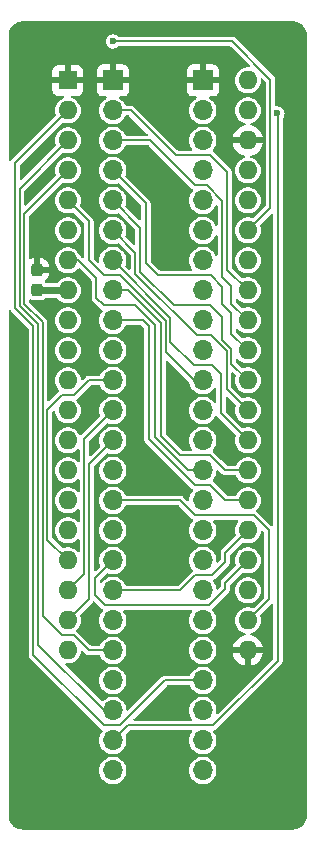
<source format=gbr>
G04 #@! TF.GenerationSoftware,KiCad,Pcbnew,7.0.11+dfsg-1build4*
G04 #@! TF.CreationDate,2024-12-04T13:10:18+09:00*
G04 #@! TF.ProjectId,bionic-mc6802,62696f6e-6963-42d6-9d63-363830322e6b,5*
G04 #@! TF.SameCoordinates,Original*
G04 #@! TF.FileFunction,Copper,L2,Bot*
G04 #@! TF.FilePolarity,Positive*
%FSLAX46Y46*%
G04 Gerber Fmt 4.6, Leading zero omitted, Abs format (unit mm)*
G04 Created by KiCad (PCBNEW 7.0.11+dfsg-1build4) date 2024-12-04 13:10:18*
%MOMM*%
%LPD*%
G01*
G04 APERTURE LIST*
G04 Aperture macros list*
%AMRoundRect*
0 Rectangle with rounded corners*
0 $1 Rounding radius*
0 $2 $3 $4 $5 $6 $7 $8 $9 X,Y pos of 4 corners*
0 Add a 4 corners polygon primitive as box body*
4,1,4,$2,$3,$4,$5,$6,$7,$8,$9,$2,$3,0*
0 Add four circle primitives for the rounded corners*
1,1,$1+$1,$2,$3*
1,1,$1+$1,$4,$5*
1,1,$1+$1,$6,$7*
1,1,$1+$1,$8,$9*
0 Add four rect primitives between the rounded corners*
20,1,$1+$1,$2,$3,$4,$5,0*
20,1,$1+$1,$4,$5,$6,$7,0*
20,1,$1+$1,$6,$7,$8,$9,0*
20,1,$1+$1,$8,$9,$2,$3,0*%
G04 Aperture macros list end*
G04 #@! TA.AperFunction,ComponentPad*
%ADD10R,1.600000X1.600000*%
G04 #@! TD*
G04 #@! TA.AperFunction,ComponentPad*
%ADD11O,1.600000X1.600000*%
G04 #@! TD*
G04 #@! TA.AperFunction,SMDPad,CuDef*
%ADD12RoundRect,0.237500X0.237500X-0.300000X0.237500X0.300000X-0.237500X0.300000X-0.237500X-0.300000X0*%
G04 #@! TD*
G04 #@! TA.AperFunction,ComponentPad*
%ADD13O,1.700000X1.700000*%
G04 #@! TD*
G04 #@! TA.AperFunction,ComponentPad*
%ADD14R,1.700000X1.700000*%
G04 #@! TD*
G04 #@! TA.AperFunction,ViaPad*
%ADD15C,0.600000*%
G04 #@! TD*
G04 #@! TA.AperFunction,Conductor*
%ADD16C,0.200000*%
G04 #@! TD*
G04 #@! TA.AperFunction,Conductor*
%ADD17C,0.600000*%
G04 #@! TD*
G04 #@! TA.AperFunction,Conductor*
%ADD18C,0.800000*%
G04 #@! TD*
G04 APERTURE END LIST*
D10*
X106080000Y-75080000D03*
D11*
X106080000Y-77620000D03*
X106080000Y-80160000D03*
X106080000Y-82700000D03*
X106080000Y-85240000D03*
X106080000Y-87780000D03*
X106080000Y-90320000D03*
X106080000Y-92860000D03*
X106080000Y-95400000D03*
X106080000Y-97940000D03*
X106080000Y-100480000D03*
X106080000Y-103020000D03*
X106080000Y-105560000D03*
X106080000Y-108100000D03*
X106080000Y-110640000D03*
X106080000Y-113180000D03*
X106080000Y-115720000D03*
X106080000Y-118260000D03*
X106080000Y-120800000D03*
X106080000Y-123340000D03*
X121320000Y-123340000D03*
X121320000Y-120800000D03*
X121320000Y-118260000D03*
X121320000Y-115720000D03*
X121320000Y-113180000D03*
X121320000Y-110640000D03*
X121320000Y-108100000D03*
X121320000Y-105560000D03*
X121320000Y-103020000D03*
X121320000Y-100480000D03*
X121320000Y-97940000D03*
X121320000Y-95400000D03*
X121320000Y-92860000D03*
X121320000Y-90320000D03*
X121320000Y-87780000D03*
X121320000Y-85240000D03*
X121320000Y-82700000D03*
X121320000Y-80160000D03*
X121320000Y-77620000D03*
X121320000Y-75080000D03*
D12*
X103489200Y-92857800D03*
X103489200Y-91132800D03*
D13*
X117510000Y-133500000D03*
X117510000Y-130960000D03*
X117510000Y-128420000D03*
X117510000Y-125880000D03*
X117510000Y-123340000D03*
X117510000Y-120800000D03*
X117510000Y-118260000D03*
X117510000Y-115720000D03*
X117510000Y-113180000D03*
X117510000Y-110640000D03*
X117510000Y-108100000D03*
X117510000Y-105560000D03*
X117510000Y-103020000D03*
X117510000Y-100480000D03*
X117510000Y-97940000D03*
X117510000Y-95400000D03*
X117510000Y-92860000D03*
X117510000Y-90320000D03*
X117510000Y-87780000D03*
X117510000Y-85240000D03*
X117510000Y-82700000D03*
X117510000Y-80160000D03*
X117510000Y-77620000D03*
D14*
X117510000Y-75080000D03*
X109890000Y-75080000D03*
D13*
X109890000Y-77620000D03*
X109890000Y-80160000D03*
X109890000Y-82700000D03*
X109890000Y-85240000D03*
X109890000Y-87780000D03*
X109890000Y-90320000D03*
X109890000Y-92860000D03*
X109890000Y-95400000D03*
X109890000Y-97940000D03*
X109890000Y-100480000D03*
X109890000Y-103020000D03*
X109890000Y-105560000D03*
X109890000Y-108100000D03*
X109890000Y-110640000D03*
X109890000Y-113180000D03*
X109890000Y-115720000D03*
X109890000Y-118260000D03*
X109890000Y-120800000D03*
X109890000Y-123340000D03*
X109890000Y-125880000D03*
X109890000Y-128420000D03*
X109890000Y-130960000D03*
X109890000Y-133500000D03*
D15*
X103413000Y-89304000D03*
X102397000Y-71397000D03*
X124241000Y-72286000D03*
X109890000Y-71778000D03*
X111922000Y-96670000D03*
X106080000Y-128420000D03*
X121574000Y-130960000D03*
X101635000Y-95908000D03*
X115478000Y-104036000D03*
X114970000Y-89050000D03*
X114081000Y-113815000D03*
X113700000Y-122578000D03*
X103540000Y-133119000D03*
X113700000Y-132357000D03*
X114335000Y-85875000D03*
X113446000Y-109624000D03*
X123825000Y-77874000D03*
D16*
X121320000Y-80160000D02*
X119288000Y-80160000D01*
X121320000Y-80160000D02*
X122717000Y-80160000D01*
X106080000Y-90320000D02*
X106969000Y-90320000D01*
X106969000Y-90320000D02*
X108493000Y-91844000D01*
X111795000Y-94130000D02*
X113446000Y-95781000D01*
X116240000Y-108100000D02*
X117510000Y-108100000D01*
X108493000Y-91844000D02*
X108493000Y-93495000D01*
X108493000Y-93495000D02*
X109128000Y-94130000D01*
X109128000Y-94130000D02*
X111795000Y-94130000D01*
X113446000Y-95781000D02*
X113446000Y-105306000D01*
X113446000Y-105306000D02*
X116240000Y-108100000D01*
X109890000Y-100480000D02*
X107858000Y-100480000D01*
X107858000Y-100480000D02*
X106588000Y-101750000D01*
X106588000Y-101750000D02*
X105572000Y-101750000D01*
X105572000Y-101750000D02*
X104359000Y-102963000D01*
X104359000Y-102963000D02*
X104359000Y-113999000D01*
X104359000Y-113999000D02*
X106080000Y-115720000D01*
X121320000Y-120800000D02*
X123098000Y-119022000D01*
X123098000Y-119022000D02*
X123098000Y-113180000D01*
X123098000Y-113180000D02*
X121828000Y-111910000D01*
X121828000Y-111910000D02*
X116875000Y-111910000D01*
X115605000Y-110640000D02*
X109890000Y-110640000D01*
X116875000Y-111910000D02*
X115605000Y-110640000D01*
X109890000Y-118260000D02*
X115605000Y-118260000D01*
X119415000Y-115085000D02*
X121320000Y-113180000D01*
X115605000Y-118260000D02*
X116875000Y-116990000D01*
X118272000Y-116990000D02*
X119415000Y-115847000D01*
X119415000Y-115847000D02*
X119415000Y-115085000D01*
X116875000Y-116990000D02*
X118272000Y-116990000D01*
X109890000Y-123340000D02*
X107858000Y-123340000D01*
X107858000Y-123340000D02*
X106588000Y-122070000D01*
X106588000Y-122070000D02*
X105572000Y-122070000D01*
X105572000Y-122070000D02*
X103959000Y-120457000D01*
X103959000Y-120457000D02*
X103959000Y-95565001D01*
X103959000Y-95565001D02*
X102397000Y-94003000D01*
X102397000Y-94003000D02*
X102397000Y-86383000D01*
X102397000Y-86383000D02*
X106080000Y-82700000D01*
X109890000Y-115720000D02*
X108366000Y-117244000D01*
X108366000Y-117244000D02*
X108366000Y-118641000D01*
X108366000Y-118641000D02*
X109255000Y-119530000D01*
X109255000Y-119530000D02*
X118018000Y-119530000D01*
X118018000Y-119530000D02*
X119415000Y-118133000D01*
X119415000Y-118133000D02*
X119415000Y-117625000D01*
X119415000Y-117625000D02*
X121320000Y-115720000D01*
X121320000Y-92860000D02*
X119561000Y-91101000D01*
X119561000Y-82846000D02*
X118145000Y-81430000D01*
X119561000Y-91101000D02*
X119561000Y-82846000D01*
X118145000Y-81430000D02*
X115224000Y-81430000D01*
X115224000Y-81430000D02*
X111414000Y-77620000D01*
X111414000Y-77620000D02*
X109890000Y-77620000D01*
X109890000Y-80160000D02*
X113065000Y-80160000D01*
X113065000Y-80160000D02*
X116875000Y-83970000D01*
X116875000Y-83970000D02*
X117866346Y-83970000D01*
X117866346Y-83970000D02*
X119161000Y-85264654D01*
X119161000Y-91717000D02*
X119923000Y-92479000D01*
X119923000Y-94003000D02*
X121320000Y-95400000D01*
X119161000Y-85264654D02*
X119161000Y-91717000D01*
X119923000Y-92479000D02*
X119923000Y-94003000D01*
X123860000Y-77909000D02*
X123860000Y-124203600D01*
X118373600Y-129690000D02*
X111160000Y-129690000D01*
X123825000Y-77874000D02*
X123860000Y-77909000D01*
X123860000Y-124203600D02*
X118373600Y-129690000D01*
X111160000Y-129690000D02*
X109890000Y-130960000D01*
X121320000Y-87780000D02*
X123225000Y-85875000D01*
X123225000Y-85875000D02*
X123225000Y-75000683D01*
X123225000Y-75000683D02*
X120002317Y-71778000D01*
X120002317Y-71778000D02*
X116240000Y-71778000D01*
D17*
X106080000Y-92860000D02*
X103491400Y-92860000D01*
D16*
X116462365Y-71778000D02*
X109890000Y-71778000D01*
D18*
X103491400Y-92860000D02*
X103489200Y-92857800D01*
D16*
X112430000Y-95400000D02*
X112938000Y-95908000D01*
X118145000Y-109370000D02*
X119415000Y-110640000D01*
X109890000Y-95400000D02*
X112430000Y-95400000D01*
X112938000Y-95908000D02*
X112938000Y-105433000D01*
X112938000Y-105433000D02*
X116875000Y-109370000D01*
X116875000Y-109370000D02*
X118145000Y-109370000D01*
X119415000Y-110640000D02*
X121320000Y-110640000D01*
X113954000Y-105179000D02*
X115605000Y-106830000D01*
X115605000Y-106830000D02*
X118145000Y-106830000D01*
X111160000Y-92860000D02*
X113954000Y-95654000D01*
X113954000Y-95654000D02*
X113954000Y-105179000D01*
X118145000Y-106830000D02*
X119415000Y-108100000D01*
X109890000Y-92860000D02*
X111160000Y-92860000D01*
X119415000Y-108100000D02*
X121320000Y-108100000D01*
X121320000Y-105560000D02*
X119034000Y-103274000D01*
X116749500Y-99211500D02*
X114754000Y-97216000D01*
X114754000Y-97216000D02*
X114754000Y-95184000D01*
X119034000Y-99972000D02*
X118273500Y-99211500D01*
X118273500Y-99211500D02*
X116749500Y-99211500D01*
X119034000Y-103274000D02*
X119034000Y-99972000D01*
X114754000Y-95184000D02*
X109890000Y-90320000D01*
X117510000Y-100480000D02*
X116748000Y-100480000D01*
X114354000Y-98086000D02*
X114354000Y-95419000D01*
X116748000Y-100480000D02*
X114354000Y-98086000D01*
X109128000Y-91590000D02*
X107858000Y-90320000D01*
X107858000Y-90320000D02*
X107858000Y-87018000D01*
X114354000Y-95419000D02*
X110525000Y-91590000D01*
X110525000Y-91590000D02*
X109128000Y-91590000D01*
X107858000Y-87018000D02*
X106080000Y-85240000D01*
X111795000Y-91463000D02*
X111795000Y-89685000D01*
X118214314Y-96670000D02*
X117002000Y-96670000D01*
X117002000Y-96670000D02*
X111795000Y-91463000D01*
X119523000Y-97978686D02*
X118214314Y-96670000D01*
X111795000Y-89685000D02*
X109890000Y-87780000D01*
X121320000Y-103020000D02*
X119523000Y-101223000D01*
X119523000Y-101223000D02*
X119523000Y-97978686D01*
X119142000Y-97032000D02*
X119923000Y-97813000D01*
X112195000Y-91297314D02*
X115029186Y-94131500D01*
X118146500Y-94131500D02*
X119142000Y-95127000D01*
X119923000Y-99083000D02*
X121320000Y-100480000D01*
X109890000Y-85240000D02*
X112195000Y-87545000D01*
X119923000Y-97813000D02*
X119923000Y-99083000D01*
X115029186Y-94131500D02*
X118146500Y-94131500D01*
X112195000Y-87545000D02*
X112195000Y-91297314D01*
X119142000Y-95127000D02*
X119142000Y-97032000D01*
X112684000Y-90574000D02*
X113700000Y-91590000D01*
X118208500Y-91590000D02*
X119161000Y-92542500D01*
X119161000Y-94003000D02*
X119923000Y-94765000D01*
X119923000Y-94765000D02*
X119923000Y-96543000D01*
X119161000Y-92542500D02*
X119161000Y-94003000D01*
X113700000Y-91590000D02*
X118208500Y-91590000D01*
X112684000Y-85494000D02*
X112684000Y-90574000D01*
X109890000Y-82700000D02*
X112684000Y-85494000D01*
X119923000Y-96543000D02*
X121320000Y-97940000D01*
X107877000Y-119003000D02*
X106080000Y-120800000D01*
X109890000Y-105560000D02*
X107877000Y-107573000D01*
X107877000Y-107573000D02*
X107877000Y-119003000D01*
X107477000Y-105433000D02*
X107477000Y-116863000D01*
X109890000Y-103020000D02*
X107477000Y-105433000D01*
X107477000Y-116863000D02*
X106080000Y-118260000D01*
X114317200Y-125880000D02*
X117510000Y-125880000D01*
X101597000Y-82103000D02*
X101597000Y-94334372D01*
X101597000Y-94334372D02*
X103159000Y-95896372D01*
X109128000Y-129690000D02*
X110507200Y-129690000D01*
X110507200Y-129690000D02*
X114317200Y-125880000D01*
X103159000Y-123721000D02*
X109128000Y-129690000D01*
X103159000Y-95896372D02*
X103159000Y-123721000D01*
X106080000Y-77620000D02*
X101597000Y-82103000D01*
X101997000Y-94168686D02*
X103559000Y-95730687D01*
X103559000Y-95730687D02*
X103559000Y-122851000D01*
X109128000Y-128420000D02*
X109890000Y-128420000D01*
X101997000Y-84243000D02*
X101997000Y-94168686D01*
X106080000Y-80160000D02*
X101997000Y-84243000D01*
X103559000Y-122851000D02*
X109128000Y-128420000D01*
G04 #@! TA.AperFunction,Conductor*
G36*
X125133875Y-70075805D02*
G01*
X125309097Y-70089594D01*
X125324430Y-70092023D01*
X125491550Y-70132145D01*
X125506317Y-70136943D01*
X125665104Y-70202715D01*
X125678926Y-70209758D01*
X125825469Y-70299560D01*
X125838032Y-70308688D01*
X125968717Y-70420303D01*
X125979699Y-70431285D01*
X126091311Y-70561967D01*
X126100440Y-70574532D01*
X126190238Y-70721068D01*
X126197287Y-70734902D01*
X126263054Y-70893678D01*
X126267855Y-70908453D01*
X126307975Y-71075564D01*
X126310405Y-71090907D01*
X126318437Y-71192956D01*
X126323198Y-71253462D01*
X126324195Y-71266123D01*
X126324500Y-71273891D01*
X126324500Y-137306108D01*
X126324195Y-137313876D01*
X126310405Y-137489092D01*
X126307975Y-137504435D01*
X126267855Y-137671546D01*
X126263054Y-137686321D01*
X126197287Y-137845097D01*
X126190234Y-137858939D01*
X126100442Y-138005465D01*
X126091311Y-138018032D01*
X125979699Y-138148714D01*
X125968714Y-138159699D01*
X125838032Y-138271311D01*
X125825465Y-138280442D01*
X125678939Y-138370234D01*
X125665097Y-138377287D01*
X125506321Y-138443054D01*
X125491546Y-138447855D01*
X125324435Y-138487975D01*
X125309092Y-138490405D01*
X125149743Y-138502946D01*
X125133874Y-138504195D01*
X125126108Y-138504500D01*
X102273892Y-138504500D01*
X102266125Y-138504195D01*
X102247014Y-138502691D01*
X102090907Y-138490405D01*
X102075564Y-138487975D01*
X101908453Y-138447855D01*
X101893678Y-138443054D01*
X101734902Y-138377287D01*
X101721068Y-138370238D01*
X101574532Y-138280440D01*
X101561967Y-138271311D01*
X101462706Y-138186535D01*
X101431282Y-138159696D01*
X101420303Y-138148717D01*
X101308688Y-138018032D01*
X101299560Y-138005469D01*
X101209758Y-137858926D01*
X101202715Y-137845104D01*
X101136943Y-137686317D01*
X101132144Y-137671546D01*
X101092024Y-137504435D01*
X101089594Y-137489097D01*
X101075805Y-137313875D01*
X101075500Y-137306108D01*
X101075500Y-133500000D01*
X108734571Y-133500000D01*
X108754244Y-133712310D01*
X108812595Y-133917389D01*
X108907634Y-134108255D01*
X109036128Y-134278407D01*
X109036135Y-134278413D01*
X109193692Y-134422047D01*
X109193699Y-134422053D01*
X109297389Y-134486255D01*
X109374981Y-134534298D01*
X109573802Y-134611321D01*
X109783390Y-134650500D01*
X109996610Y-134650500D01*
X110206198Y-134611321D01*
X110405019Y-134534298D01*
X110586302Y-134422052D01*
X110743872Y-134278407D01*
X110872366Y-134108255D01*
X110967405Y-133917389D01*
X111025756Y-133712310D01*
X111045429Y-133500000D01*
X116354571Y-133500000D01*
X116374244Y-133712310D01*
X116432595Y-133917389D01*
X116527634Y-134108255D01*
X116656128Y-134278407D01*
X116656135Y-134278413D01*
X116813692Y-134422047D01*
X116813699Y-134422053D01*
X116917389Y-134486255D01*
X116994981Y-134534298D01*
X117193802Y-134611321D01*
X117403390Y-134650500D01*
X117616610Y-134650500D01*
X117826198Y-134611321D01*
X118025019Y-134534298D01*
X118206302Y-134422052D01*
X118363872Y-134278407D01*
X118492366Y-134108255D01*
X118587405Y-133917389D01*
X118645756Y-133712310D01*
X118665429Y-133500000D01*
X118645756Y-133287690D01*
X118587405Y-133082611D01*
X118492366Y-132891745D01*
X118363872Y-132721593D01*
X118309623Y-132672139D01*
X118206307Y-132577952D01*
X118206300Y-132577946D01*
X118025024Y-132465705D01*
X118025019Y-132465702D01*
X117826195Y-132388678D01*
X117616610Y-132349500D01*
X117403390Y-132349500D01*
X117193804Y-132388678D01*
X116994980Y-132465702D01*
X116994975Y-132465705D01*
X116813699Y-132577946D01*
X116813692Y-132577952D01*
X116656135Y-132721586D01*
X116656131Y-132721589D01*
X116656128Y-132721593D01*
X116656125Y-132721597D01*
X116527635Y-132891743D01*
X116527630Y-132891752D01*
X116432596Y-133082608D01*
X116374244Y-133287688D01*
X116374244Y-133287690D01*
X116354571Y-133500000D01*
X111045429Y-133500000D01*
X111025756Y-133287690D01*
X110967405Y-133082611D01*
X110872366Y-132891745D01*
X110743872Y-132721593D01*
X110689623Y-132672139D01*
X110586307Y-132577952D01*
X110586300Y-132577946D01*
X110405024Y-132465705D01*
X110405019Y-132465702D01*
X110206195Y-132388678D01*
X109996610Y-132349500D01*
X109783390Y-132349500D01*
X109573804Y-132388678D01*
X109374980Y-132465702D01*
X109374975Y-132465705D01*
X109193699Y-132577946D01*
X109193692Y-132577952D01*
X109036135Y-132721586D01*
X109036131Y-132721589D01*
X109036128Y-132721593D01*
X109036125Y-132721597D01*
X108907635Y-132891743D01*
X108907630Y-132891752D01*
X108812596Y-133082608D01*
X108754244Y-133287688D01*
X108754244Y-133287690D01*
X108734571Y-133500000D01*
X101075500Y-133500000D01*
X101075500Y-94605412D01*
X101094407Y-94547221D01*
X101143907Y-94511257D01*
X101205093Y-94511257D01*
X101254593Y-94547221D01*
X101262709Y-94560466D01*
X101268948Y-94572712D01*
X101268951Y-94572715D01*
X101289030Y-94592795D01*
X101289031Y-94592795D01*
X101291513Y-94595277D01*
X101291516Y-94595281D01*
X102729505Y-96033270D01*
X102757281Y-96087785D01*
X102758500Y-96103272D01*
X102758500Y-123784437D01*
X102765953Y-123807374D01*
X102769579Y-123822474D01*
X102773354Y-123846306D01*
X102784301Y-123867788D01*
X102790247Y-123882142D01*
X102797703Y-123905088D01*
X102797702Y-123905088D01*
X102811884Y-123924608D01*
X102819997Y-123937847D01*
X102830950Y-123959342D01*
X102830951Y-123959343D01*
X102851030Y-123979423D01*
X102851031Y-123979423D01*
X102853513Y-123981905D01*
X102853516Y-123981909D01*
X108867091Y-129995484D01*
X108867094Y-129995486D01*
X108867093Y-129995486D01*
X108889656Y-130018048D01*
X108889658Y-130018050D01*
X108911145Y-130028998D01*
X108924386Y-130037112D01*
X108943908Y-130051294D01*
X108943911Y-130051296D01*
X108958447Y-130056019D01*
X108964826Y-130058092D01*
X109014325Y-130094057D01*
X109033231Y-130152248D01*
X109014323Y-130210438D01*
X109013235Y-130211907D01*
X108907635Y-130351743D01*
X108907630Y-130351752D01*
X108812596Y-130542608D01*
X108754244Y-130747688D01*
X108754244Y-130747690D01*
X108734571Y-130960000D01*
X108754244Y-131172310D01*
X108812595Y-131377389D01*
X108907634Y-131568255D01*
X109036128Y-131738407D01*
X109036135Y-131738413D01*
X109193692Y-131882047D01*
X109193699Y-131882053D01*
X109297389Y-131946255D01*
X109374981Y-131994298D01*
X109573802Y-132071321D01*
X109783390Y-132110500D01*
X109996610Y-132110500D01*
X110206198Y-132071321D01*
X110405019Y-131994298D01*
X110586302Y-131882052D01*
X110743872Y-131738407D01*
X110872366Y-131568255D01*
X110967405Y-131377389D01*
X111025756Y-131172310D01*
X111045429Y-130960000D01*
X111025756Y-130747690D01*
X110967405Y-130542611D01*
X110967401Y-130542604D01*
X110965752Y-130538344D01*
X110967132Y-130537809D01*
X110959019Y-130483364D01*
X110986651Y-130429741D01*
X111296897Y-130119496D01*
X111351413Y-130091719D01*
X111366900Y-130090500D01*
X116526099Y-130090500D01*
X116584290Y-130109407D01*
X116620254Y-130158907D01*
X116620254Y-130220093D01*
X116605103Y-130249161D01*
X116527635Y-130351743D01*
X116527630Y-130351752D01*
X116432596Y-130542608D01*
X116374244Y-130747688D01*
X116374244Y-130747690D01*
X116354571Y-130960000D01*
X116374244Y-131172310D01*
X116432595Y-131377389D01*
X116527634Y-131568255D01*
X116656128Y-131738407D01*
X116656135Y-131738413D01*
X116813692Y-131882047D01*
X116813699Y-131882053D01*
X116917389Y-131946255D01*
X116994981Y-131994298D01*
X117193802Y-132071321D01*
X117403390Y-132110500D01*
X117616610Y-132110500D01*
X117826198Y-132071321D01*
X118025019Y-131994298D01*
X118206302Y-131882052D01*
X118363872Y-131738407D01*
X118492366Y-131568255D01*
X118587405Y-131377389D01*
X118645756Y-131172310D01*
X118665429Y-130960000D01*
X118645756Y-130747690D01*
X118587405Y-130542611D01*
X118492366Y-130351745D01*
X118462544Y-130312255D01*
X118406782Y-130238414D01*
X118386802Y-130180583D01*
X118404630Y-130122053D01*
X118453457Y-130085180D01*
X118455102Y-130084628D01*
X118459982Y-130083043D01*
X118475065Y-130079421D01*
X118498904Y-130075646D01*
X118520402Y-130064690D01*
X118534751Y-130058748D01*
X118557690Y-130051296D01*
X118577212Y-130037111D01*
X118590449Y-130029000D01*
X118611942Y-130018050D01*
X118628861Y-130001129D01*
X118628865Y-130001127D01*
X118634506Y-129995485D01*
X118634509Y-129995484D01*
X124165483Y-124464509D01*
X124188050Y-124441942D01*
X124199002Y-124420443D01*
X124207115Y-124407205D01*
X124221296Y-124387690D01*
X124228751Y-124364744D01*
X124234695Y-124350395D01*
X124245646Y-124328904D01*
X124249419Y-124305073D01*
X124253048Y-124289964D01*
X124260498Y-124267035D01*
X124260499Y-124267034D01*
X124260499Y-124239221D01*
X124260500Y-124239196D01*
X124260500Y-78326480D01*
X124279407Y-78268289D01*
X124280913Y-78266272D01*
X124349536Y-78176841D01*
X124410044Y-78030762D01*
X124430682Y-77874000D01*
X124410044Y-77717238D01*
X124349537Y-77571161D01*
X124349537Y-77571160D01*
X124253286Y-77445723D01*
X124253285Y-77445722D01*
X124253282Y-77445718D01*
X124253277Y-77445714D01*
X124253276Y-77445713D01*
X124127838Y-77349462D01*
X123981766Y-77288957D01*
X123981758Y-77288955D01*
X123825001Y-77268318D01*
X123824998Y-77268318D01*
X123737421Y-77279847D01*
X123677261Y-77268697D01*
X123635144Y-77224314D01*
X123625500Y-77181694D01*
X123625500Y-74937252D01*
X123625500Y-74937250D01*
X123618042Y-74914296D01*
X123614418Y-74899197D01*
X123610646Y-74875379D01*
X123610644Y-74875376D01*
X123610644Y-74875374D01*
X123599694Y-74853884D01*
X123593749Y-74839534D01*
X123586296Y-74816593D01*
X123572115Y-74797074D01*
X123563998Y-74783828D01*
X123553050Y-74762341D01*
X123543068Y-74752359D01*
X123530486Y-74739776D01*
X123530486Y-74739777D01*
X123530484Y-74739774D01*
X120263226Y-71472516D01*
X120263222Y-71472513D01*
X120260740Y-71470031D01*
X120260740Y-71470030D01*
X120240660Y-71449951D01*
X120240659Y-71449950D01*
X120219164Y-71438997D01*
X120205925Y-71430884D01*
X120199898Y-71426505D01*
X120186407Y-71416704D01*
X120186405Y-71416703D01*
X120163459Y-71409247D01*
X120149105Y-71403301D01*
X120127623Y-71392354D01*
X120103791Y-71388579D01*
X120088691Y-71384953D01*
X120065754Y-71377500D01*
X120065750Y-71377500D01*
X120033836Y-71377500D01*
X116493884Y-71377500D01*
X110387071Y-71377500D01*
X110328880Y-71358593D01*
X110320312Y-71351276D01*
X110209339Y-71266124D01*
X110192841Y-71253464D01*
X110192840Y-71253463D01*
X110192838Y-71253462D01*
X110046766Y-71192957D01*
X110046758Y-71192955D01*
X109890001Y-71172318D01*
X109889999Y-71172318D01*
X109733241Y-71192955D01*
X109733233Y-71192957D01*
X109587161Y-71253462D01*
X109587160Y-71253462D01*
X109461723Y-71349713D01*
X109461713Y-71349723D01*
X109365462Y-71475160D01*
X109365462Y-71475161D01*
X109304957Y-71621233D01*
X109304955Y-71621241D01*
X109284318Y-71777999D01*
X109284318Y-71778000D01*
X109304955Y-71934758D01*
X109304957Y-71934766D01*
X109365462Y-72080838D01*
X109365462Y-72080839D01*
X109461713Y-72206276D01*
X109461718Y-72206282D01*
X109587159Y-72302536D01*
X109733238Y-72363044D01*
X109850809Y-72378522D01*
X109889999Y-72383682D01*
X109890000Y-72383682D01*
X109890001Y-72383682D01*
X109921352Y-72379554D01*
X110046762Y-72363044D01*
X110192841Y-72302536D01*
X110318282Y-72206282D01*
X110318281Y-72206282D01*
X110323430Y-72202332D01*
X110324490Y-72203713D01*
X110371584Y-72179719D01*
X110387071Y-72178500D01*
X116208481Y-72178500D01*
X119795416Y-72178500D01*
X119853607Y-72197407D01*
X119865420Y-72207496D01*
X121468420Y-73810496D01*
X121496197Y-73865013D01*
X121486626Y-73925445D01*
X121443361Y-73968710D01*
X121398416Y-73979500D01*
X121218024Y-73979500D01*
X121017546Y-74016975D01*
X120963509Y-74037909D01*
X120827363Y-74090652D01*
X120679548Y-74182175D01*
X120653959Y-74198019D01*
X120503237Y-74335420D01*
X120380328Y-74498177D01*
X120380323Y-74498186D01*
X120302216Y-74655048D01*
X120289418Y-74680750D01*
X120233603Y-74876917D01*
X120214785Y-75080000D01*
X120233603Y-75283083D01*
X120289418Y-75479250D01*
X120380327Y-75661821D01*
X120503236Y-75824579D01*
X120653959Y-75961981D01*
X120827363Y-76069348D01*
X121017544Y-76143024D01*
X121218024Y-76180500D01*
X121421976Y-76180500D01*
X121622456Y-76143024D01*
X121812637Y-76069348D01*
X121986041Y-75961981D01*
X122136764Y-75824579D01*
X122259673Y-75661821D01*
X122350582Y-75479250D01*
X122406397Y-75283083D01*
X122425215Y-75080000D01*
X122418577Y-75008370D01*
X122432034Y-74948687D01*
X122478005Y-74908309D01*
X122538929Y-74902663D01*
X122587159Y-74929235D01*
X122795504Y-75137580D01*
X122823281Y-75192097D01*
X122824500Y-75207584D01*
X122824500Y-85668098D01*
X122805593Y-85726289D01*
X122795504Y-85738102D01*
X121808025Y-86725580D01*
X121753508Y-86753357D01*
X121702259Y-86747891D01*
X121622460Y-86716977D01*
X121622447Y-86716974D01*
X121421976Y-86679500D01*
X121218024Y-86679500D01*
X121017546Y-86716975D01*
X121017541Y-86716977D01*
X120827363Y-86790652D01*
X120718676Y-86857948D01*
X120653959Y-86898019D01*
X120503237Y-87035420D01*
X120380328Y-87198177D01*
X120380323Y-87198186D01*
X120298450Y-87362611D01*
X120289418Y-87380750D01*
X120233603Y-87576917D01*
X120214785Y-87780000D01*
X120233603Y-87983083D01*
X120289418Y-88179250D01*
X120380327Y-88361821D01*
X120503236Y-88524579D01*
X120653959Y-88661981D01*
X120827363Y-88769348D01*
X121017544Y-88843024D01*
X121218024Y-88880500D01*
X121421976Y-88880500D01*
X121622456Y-88843024D01*
X121812637Y-88769348D01*
X121986041Y-88661981D01*
X122136764Y-88524579D01*
X122259673Y-88361821D01*
X122350582Y-88179250D01*
X122406397Y-87983083D01*
X122425215Y-87780000D01*
X122406397Y-87576917D01*
X122352118Y-87386148D01*
X122354379Y-87325010D01*
X122377333Y-87289058D01*
X123290497Y-86375895D01*
X123345013Y-86348119D01*
X123405445Y-86357690D01*
X123448710Y-86400955D01*
X123459500Y-86445900D01*
X123459500Y-112736100D01*
X123440593Y-112794291D01*
X123391093Y-112830255D01*
X123329907Y-112830255D01*
X123290496Y-112806104D01*
X122722440Y-112238048D01*
X122088909Y-111604516D01*
X122088905Y-111604513D01*
X122086423Y-111602031D01*
X122086423Y-111602030D01*
X122069994Y-111585602D01*
X122042214Y-111531086D01*
X122051784Y-111470654D01*
X122073296Y-111442437D01*
X122136764Y-111384579D01*
X122259673Y-111221821D01*
X122350582Y-111039250D01*
X122406397Y-110843083D01*
X122425215Y-110640000D01*
X122406397Y-110436917D01*
X122350582Y-110240750D01*
X122259673Y-110058179D01*
X122136764Y-109895421D01*
X121986041Y-109758019D01*
X121812637Y-109650652D01*
X121622456Y-109576976D01*
X121622455Y-109576975D01*
X121622453Y-109576975D01*
X121421976Y-109539500D01*
X121218024Y-109539500D01*
X121017546Y-109576975D01*
X120947632Y-109604059D01*
X120827363Y-109650652D01*
X120653959Y-109758019D01*
X120503236Y-109895421D01*
X120502613Y-109896246D01*
X120380328Y-110058177D01*
X120380323Y-110058186D01*
X120317363Y-110184628D01*
X120274500Y-110228291D01*
X120228742Y-110239500D01*
X119621900Y-110239500D01*
X119563709Y-110220593D01*
X119551896Y-110210504D01*
X119016876Y-109675484D01*
X118405909Y-109064516D01*
X118405905Y-109064513D01*
X118403423Y-109062031D01*
X118403423Y-109062030D01*
X118383343Y-109041951D01*
X118383337Y-109041946D01*
X118383269Y-109041912D01*
X118383214Y-109041857D01*
X118377038Y-109037370D01*
X118377749Y-109036391D01*
X118340008Y-108998644D01*
X118330441Y-108938211D01*
X118358223Y-108883697D01*
X118361475Y-108880591D01*
X118363872Y-108878407D01*
X118492366Y-108708255D01*
X118587405Y-108517389D01*
X118645756Y-108312310D01*
X118661505Y-108142345D01*
X118685700Y-108086150D01*
X118738307Y-108054906D01*
X118799231Y-108060552D01*
X118830085Y-108081478D01*
X119086949Y-108338341D01*
X119086950Y-108338343D01*
X119176657Y-108428049D01*
X119176658Y-108428050D01*
X119198149Y-108439000D01*
X119211395Y-108447117D01*
X119230910Y-108461296D01*
X119230912Y-108461296D01*
X119230913Y-108461297D01*
X119253852Y-108468750D01*
X119268195Y-108474690D01*
X119289696Y-108485646D01*
X119313524Y-108489419D01*
X119328633Y-108493047D01*
X119337194Y-108495828D01*
X119351567Y-108500499D01*
X119379379Y-108500499D01*
X119379403Y-108500500D01*
X119383481Y-108500500D01*
X120228742Y-108500500D01*
X120286933Y-108519407D01*
X120317362Y-108555371D01*
X120380327Y-108681821D01*
X120503236Y-108844579D01*
X120653959Y-108981981D01*
X120827363Y-109089348D01*
X121017544Y-109163024D01*
X121218024Y-109200500D01*
X121421976Y-109200500D01*
X121622456Y-109163024D01*
X121812637Y-109089348D01*
X121986041Y-108981981D01*
X122136764Y-108844579D01*
X122259673Y-108681821D01*
X122350582Y-108499250D01*
X122406397Y-108303083D01*
X122425215Y-108100000D01*
X122406397Y-107896917D01*
X122350582Y-107700750D01*
X122259673Y-107518179D01*
X122136764Y-107355421D01*
X121986041Y-107218019D01*
X121812637Y-107110652D01*
X121622456Y-107036976D01*
X121622455Y-107036975D01*
X121622453Y-107036975D01*
X121421976Y-106999500D01*
X121218024Y-106999500D01*
X121017546Y-107036975D01*
X120947632Y-107064059D01*
X120827363Y-107110652D01*
X120718676Y-107177948D01*
X120653959Y-107218019D01*
X120514682Y-107344987D01*
X120503236Y-107355421D01*
X120502613Y-107356246D01*
X120380328Y-107518177D01*
X120380323Y-107518186D01*
X120317363Y-107644628D01*
X120274500Y-107688291D01*
X120228742Y-107699500D01*
X119621900Y-107699500D01*
X119563709Y-107680593D01*
X119551896Y-107670504D01*
X119059338Y-107177946D01*
X118405909Y-106524516D01*
X118405905Y-106524513D01*
X118403423Y-106522031D01*
X118403423Y-106522030D01*
X118383343Y-106501951D01*
X118383337Y-106501946D01*
X118383269Y-106501912D01*
X118383214Y-106501857D01*
X118377038Y-106497370D01*
X118377749Y-106496391D01*
X118340008Y-106458644D01*
X118330441Y-106398211D01*
X118358223Y-106343697D01*
X118361475Y-106340591D01*
X118363872Y-106338407D01*
X118492366Y-106168255D01*
X118587405Y-105977389D01*
X118645756Y-105772310D01*
X118665429Y-105560000D01*
X118645756Y-105347690D01*
X118587405Y-105142611D01*
X118492366Y-104951745D01*
X118363872Y-104781593D01*
X118309623Y-104732139D01*
X118206307Y-104637952D01*
X118206300Y-104637946D01*
X118025024Y-104525705D01*
X118025019Y-104525702D01*
X117826195Y-104448678D01*
X117616610Y-104409500D01*
X117403390Y-104409500D01*
X117193804Y-104448678D01*
X116994980Y-104525702D01*
X116994975Y-104525705D01*
X116813699Y-104637946D01*
X116813692Y-104637952D01*
X116656135Y-104781586D01*
X116656131Y-104781589D01*
X116656128Y-104781593D01*
X116656125Y-104781597D01*
X116527635Y-104951743D01*
X116527630Y-104951752D01*
X116432596Y-105142608D01*
X116374244Y-105347688D01*
X116374244Y-105347690D01*
X116354571Y-105560000D01*
X116374244Y-105772310D01*
X116432595Y-105977389D01*
X116527634Y-106168255D01*
X116602386Y-106267242D01*
X116605103Y-106270839D01*
X116625082Y-106328670D01*
X116607253Y-106387201D01*
X116558427Y-106424073D01*
X116526099Y-106429500D01*
X115811901Y-106429500D01*
X115753710Y-106410593D01*
X115741897Y-106400504D01*
X114383496Y-105042103D01*
X114355719Y-104987586D01*
X114354500Y-104972099D01*
X114354500Y-98891900D01*
X114373407Y-98833709D01*
X114422907Y-98797745D01*
X114484093Y-98797745D01*
X114523504Y-98821896D01*
X116348240Y-100646632D01*
X116373457Y-100689543D01*
X116374243Y-100692308D01*
X116374244Y-100692310D01*
X116432595Y-100897389D01*
X116527634Y-101088255D01*
X116656128Y-101258407D01*
X116726734Y-101322773D01*
X116813692Y-101402047D01*
X116813699Y-101402053D01*
X116882284Y-101444519D01*
X116994981Y-101514298D01*
X117193802Y-101591321D01*
X117403390Y-101630500D01*
X117616610Y-101630500D01*
X117826198Y-101591321D01*
X118025019Y-101514298D01*
X118206302Y-101402052D01*
X118363872Y-101258407D01*
X118455498Y-101137075D01*
X118505653Y-101102034D01*
X118566827Y-101103165D01*
X118615654Y-101140037D01*
X118633500Y-101196738D01*
X118633500Y-102303261D01*
X118614593Y-102361452D01*
X118565093Y-102397416D01*
X118503907Y-102397416D01*
X118455497Y-102362922D01*
X118363880Y-102241603D01*
X118363877Y-102241600D01*
X118363872Y-102241593D01*
X118271187Y-102157099D01*
X118206307Y-102097952D01*
X118206300Y-102097946D01*
X118025024Y-101985705D01*
X118025019Y-101985702D01*
X117826195Y-101908678D01*
X117616610Y-101869500D01*
X117403390Y-101869500D01*
X117193804Y-101908678D01*
X116994980Y-101985702D01*
X116994975Y-101985705D01*
X116813699Y-102097946D01*
X116813692Y-102097952D01*
X116656135Y-102241586D01*
X116656131Y-102241589D01*
X116656128Y-102241593D01*
X116656125Y-102241597D01*
X116527635Y-102411743D01*
X116527630Y-102411752D01*
X116432596Y-102602608D01*
X116374244Y-102807688D01*
X116374244Y-102807690D01*
X116354571Y-103020000D01*
X116374244Y-103232310D01*
X116432595Y-103437389D01*
X116527634Y-103628255D01*
X116656128Y-103798407D01*
X116656135Y-103798413D01*
X116813692Y-103942047D01*
X116813699Y-103942053D01*
X116917389Y-104006255D01*
X116994981Y-104054298D01*
X117193802Y-104131321D01*
X117403390Y-104170500D01*
X117616610Y-104170500D01*
X117826198Y-104131321D01*
X118025019Y-104054298D01*
X118206302Y-103942052D01*
X118363872Y-103798407D01*
X118492366Y-103628255D01*
X118540705Y-103531175D01*
X118583566Y-103487515D01*
X118643907Y-103477385D01*
X118698678Y-103504657D01*
X118701257Y-103507649D01*
X118726030Y-103532423D01*
X118726031Y-103532423D01*
X118728513Y-103534905D01*
X118728516Y-103534909D01*
X119603107Y-104409500D01*
X120262663Y-105069056D01*
X120290440Y-105123573D01*
X120287880Y-105166152D01*
X120233603Y-105356915D01*
X120233603Y-105356917D01*
X120214785Y-105560000D01*
X120233603Y-105763083D01*
X120289418Y-105959250D01*
X120380327Y-106141821D01*
X120503236Y-106304579D01*
X120653959Y-106441981D01*
X120827363Y-106549348D01*
X121017544Y-106623024D01*
X121218024Y-106660500D01*
X121421976Y-106660500D01*
X121622456Y-106623024D01*
X121812637Y-106549348D01*
X121986041Y-106441981D01*
X122136764Y-106304579D01*
X122259673Y-106141821D01*
X122350582Y-105959250D01*
X122406397Y-105763083D01*
X122425215Y-105560000D01*
X122406397Y-105356917D01*
X122350582Y-105160750D01*
X122259673Y-104978179D01*
X122136764Y-104815421D01*
X121986041Y-104678019D01*
X121812637Y-104570652D01*
X121622456Y-104496976D01*
X121622455Y-104496975D01*
X121622453Y-104496975D01*
X121421976Y-104459500D01*
X121218024Y-104459500D01*
X121017544Y-104496975D01*
X120937739Y-104527892D01*
X120876648Y-104531282D01*
X120831973Y-104505581D01*
X119463496Y-103137103D01*
X119435719Y-103082586D01*
X119434500Y-103067099D01*
X119434500Y-101939901D01*
X119453407Y-101881710D01*
X119502907Y-101845746D01*
X119564093Y-101845746D01*
X119603504Y-101869897D01*
X120262663Y-102529056D01*
X120290440Y-102583573D01*
X120287880Y-102626152D01*
X120233603Y-102816915D01*
X120233603Y-102816917D01*
X120214785Y-103020000D01*
X120233603Y-103223083D01*
X120289418Y-103419250D01*
X120380327Y-103601821D01*
X120503236Y-103764579D01*
X120653959Y-103901981D01*
X120827363Y-104009348D01*
X121017544Y-104083024D01*
X121218024Y-104120500D01*
X121421976Y-104120500D01*
X121622456Y-104083024D01*
X121812637Y-104009348D01*
X121986041Y-103901981D01*
X122136764Y-103764579D01*
X122259673Y-103601821D01*
X122350582Y-103419250D01*
X122406397Y-103223083D01*
X122425215Y-103020000D01*
X122406397Y-102816917D01*
X122350582Y-102620750D01*
X122259673Y-102438179D01*
X122136764Y-102275421D01*
X121986041Y-102138019D01*
X121812637Y-102030652D01*
X121622456Y-101956976D01*
X121622455Y-101956975D01*
X121622453Y-101956975D01*
X121421976Y-101919500D01*
X121218024Y-101919500D01*
X121017552Y-101956974D01*
X121017546Y-101956975D01*
X121017544Y-101956976D01*
X120951296Y-101982639D01*
X120937738Y-101987892D01*
X120876647Y-101991281D01*
X120831973Y-101965580D01*
X119952496Y-101086103D01*
X119924719Y-101031586D01*
X119923500Y-101016099D01*
X119923500Y-99888899D01*
X119942407Y-99830708D01*
X119991907Y-99794744D01*
X120053093Y-99794744D01*
X120092502Y-99818895D01*
X120224818Y-99951211D01*
X120262664Y-99989057D01*
X120290441Y-100043573D01*
X120287881Y-100086151D01*
X120233603Y-100276917D01*
X120214785Y-100480000D01*
X120233603Y-100683083D01*
X120289418Y-100879250D01*
X120380327Y-101061821D01*
X120503236Y-101224579D01*
X120653959Y-101361981D01*
X120827363Y-101469348D01*
X121017544Y-101543024D01*
X121218024Y-101580500D01*
X121421976Y-101580500D01*
X121622456Y-101543024D01*
X121812637Y-101469348D01*
X121986041Y-101361981D01*
X122136764Y-101224579D01*
X122259673Y-101061821D01*
X122350582Y-100879250D01*
X122406397Y-100683083D01*
X122425215Y-100480000D01*
X122406397Y-100276917D01*
X122350582Y-100080750D01*
X122259673Y-99898179D01*
X122136764Y-99735421D01*
X121986041Y-99598019D01*
X121812637Y-99490652D01*
X121622456Y-99416976D01*
X121622455Y-99416975D01*
X121622453Y-99416975D01*
X121421976Y-99379500D01*
X121218024Y-99379500D01*
X121017544Y-99416975D01*
X120937739Y-99447892D01*
X120876648Y-99451282D01*
X120831973Y-99425580D01*
X120352496Y-98946102D01*
X120324719Y-98891586D01*
X120323500Y-98876099D01*
X120323500Y-98741944D01*
X120342407Y-98683753D01*
X120391907Y-98647789D01*
X120453093Y-98647789D01*
X120500075Y-98681267D01*
X120500153Y-98681197D01*
X120500481Y-98681557D01*
X120501505Y-98682286D01*
X120503236Y-98684579D01*
X120653959Y-98821981D01*
X120827363Y-98929348D01*
X121017544Y-99003024D01*
X121218024Y-99040500D01*
X121421976Y-99040500D01*
X121622456Y-99003024D01*
X121812637Y-98929348D01*
X121986041Y-98821981D01*
X122136764Y-98684579D01*
X122259673Y-98521821D01*
X122350582Y-98339250D01*
X122406397Y-98143083D01*
X122425215Y-97940000D01*
X122406397Y-97736917D01*
X122350582Y-97540750D01*
X122259673Y-97358179D01*
X122136764Y-97195421D01*
X121986041Y-97058019D01*
X121812637Y-96950652D01*
X121622456Y-96876976D01*
X121622455Y-96876975D01*
X121622453Y-96876975D01*
X121421976Y-96839500D01*
X121218024Y-96839500D01*
X121017544Y-96876975D01*
X120937739Y-96907892D01*
X120876648Y-96911282D01*
X120831973Y-96885580D01*
X120352496Y-96406102D01*
X120324719Y-96351586D01*
X120323500Y-96336099D01*
X120323500Y-96201944D01*
X120342407Y-96143753D01*
X120391907Y-96107789D01*
X120453093Y-96107789D01*
X120500075Y-96141267D01*
X120500153Y-96141197D01*
X120500481Y-96141557D01*
X120501505Y-96142286D01*
X120503236Y-96144579D01*
X120653959Y-96281981D01*
X120827363Y-96389348D01*
X121017544Y-96463024D01*
X121218024Y-96500500D01*
X121421976Y-96500500D01*
X121622456Y-96463024D01*
X121812637Y-96389348D01*
X121986041Y-96281981D01*
X122136764Y-96144579D01*
X122259673Y-95981821D01*
X122350582Y-95799250D01*
X122406397Y-95603083D01*
X122425215Y-95400000D01*
X122406397Y-95196917D01*
X122350582Y-95000750D01*
X122259673Y-94818179D01*
X122136764Y-94655421D01*
X121986041Y-94518019D01*
X121812637Y-94410652D01*
X121622456Y-94336976D01*
X121622455Y-94336975D01*
X121622453Y-94336975D01*
X121421976Y-94299500D01*
X121218024Y-94299500D01*
X121017544Y-94336975D01*
X120937739Y-94367892D01*
X120876648Y-94371282D01*
X120831973Y-94345580D01*
X120352496Y-93866102D01*
X120324719Y-93811586D01*
X120323500Y-93796099D01*
X120323500Y-93661944D01*
X120342407Y-93603753D01*
X120391907Y-93567789D01*
X120453093Y-93567789D01*
X120500075Y-93601267D01*
X120500153Y-93601197D01*
X120500481Y-93601557D01*
X120501505Y-93602286D01*
X120503236Y-93604579D01*
X120653959Y-93741981D01*
X120827363Y-93849348D01*
X121017544Y-93923024D01*
X121218024Y-93960500D01*
X121421976Y-93960500D01*
X121622456Y-93923024D01*
X121812637Y-93849348D01*
X121986041Y-93741981D01*
X122136764Y-93604579D01*
X122259673Y-93441821D01*
X122350582Y-93259250D01*
X122406397Y-93063083D01*
X122425215Y-92860000D01*
X122406397Y-92656917D01*
X122350582Y-92460750D01*
X122259673Y-92278179D01*
X122136764Y-92115421D01*
X121986041Y-91978019D01*
X121812637Y-91870652D01*
X121622456Y-91796976D01*
X121622455Y-91796975D01*
X121622453Y-91796975D01*
X121421976Y-91759500D01*
X121218024Y-91759500D01*
X121017552Y-91796974D01*
X121017546Y-91796975D01*
X121017544Y-91796976D01*
X120951296Y-91822639D01*
X120937738Y-91827892D01*
X120876647Y-91831281D01*
X120831973Y-91805580D01*
X119990496Y-90964103D01*
X119962719Y-90909586D01*
X119961500Y-90894099D01*
X119961500Y-90320000D01*
X120214785Y-90320000D01*
X120233603Y-90523083D01*
X120289418Y-90719250D01*
X120380327Y-90901821D01*
X120503236Y-91064579D01*
X120653959Y-91201981D01*
X120827363Y-91309348D01*
X121017544Y-91383024D01*
X121218024Y-91420500D01*
X121421976Y-91420500D01*
X121622456Y-91383024D01*
X121812637Y-91309348D01*
X121986041Y-91201981D01*
X122136764Y-91064579D01*
X122259673Y-90901821D01*
X122350582Y-90719250D01*
X122406397Y-90523083D01*
X122425215Y-90320000D01*
X122406397Y-90116917D01*
X122350582Y-89920750D01*
X122259673Y-89738179D01*
X122136764Y-89575421D01*
X121986041Y-89438019D01*
X121812637Y-89330652D01*
X121622456Y-89256976D01*
X121622455Y-89256975D01*
X121622453Y-89256975D01*
X121421976Y-89219500D01*
X121218024Y-89219500D01*
X121017546Y-89256975D01*
X120947632Y-89284059D01*
X120827363Y-89330652D01*
X120718676Y-89397948D01*
X120653959Y-89438019D01*
X120503237Y-89575420D01*
X120380328Y-89738177D01*
X120380323Y-89738186D01*
X120289419Y-89920747D01*
X120289418Y-89920750D01*
X120233603Y-90116917D01*
X120214785Y-90320000D01*
X119961500Y-90320000D01*
X119961500Y-85240000D01*
X120214785Y-85240000D01*
X120233603Y-85443083D01*
X120289418Y-85639250D01*
X120380327Y-85821821D01*
X120503236Y-85984579D01*
X120653959Y-86121981D01*
X120827363Y-86229348D01*
X121017544Y-86303024D01*
X121218024Y-86340500D01*
X121421976Y-86340500D01*
X121622456Y-86303024D01*
X121812637Y-86229348D01*
X121986041Y-86121981D01*
X122136764Y-85984579D01*
X122259673Y-85821821D01*
X122350582Y-85639250D01*
X122406397Y-85443083D01*
X122425215Y-85240000D01*
X122406397Y-85036917D01*
X122350582Y-84840750D01*
X122259673Y-84658179D01*
X122136764Y-84495421D01*
X121986041Y-84358019D01*
X121812637Y-84250652D01*
X121622456Y-84176976D01*
X121622455Y-84176975D01*
X121622453Y-84176975D01*
X121421976Y-84139500D01*
X121218024Y-84139500D01*
X121017546Y-84176975D01*
X120947632Y-84204059D01*
X120827363Y-84250652D01*
X120718676Y-84317948D01*
X120653959Y-84358019D01*
X120503237Y-84495420D01*
X120380328Y-84658177D01*
X120380323Y-84658186D01*
X120298450Y-84822611D01*
X120289418Y-84840750D01*
X120233603Y-85036917D01*
X120214785Y-85240000D01*
X119961500Y-85240000D01*
X119961500Y-82810983D01*
X119961499Y-82810953D01*
X119961499Y-82782567D01*
X119961498Y-82782565D01*
X119954047Y-82759633D01*
X119950419Y-82744523D01*
X119946646Y-82720697D01*
X119946646Y-82720696D01*
X119935690Y-82699195D01*
X119929750Y-82684852D01*
X119922297Y-82661913D01*
X119922296Y-82661912D01*
X119922296Y-82661910D01*
X119908117Y-82642395D01*
X119900000Y-82629149D01*
X119889050Y-82607658D01*
X119889049Y-82607657D01*
X119799342Y-82517949D01*
X119799342Y-82517950D01*
X118405909Y-81124516D01*
X118405905Y-81124513D01*
X118403423Y-81122031D01*
X118403423Y-81122030D01*
X118383343Y-81101951D01*
X118383337Y-81101946D01*
X118383269Y-81101912D01*
X118383214Y-81101857D01*
X118377038Y-81097370D01*
X118377749Y-81096391D01*
X118340008Y-81058644D01*
X118330441Y-80998211D01*
X118358223Y-80943697D01*
X118361475Y-80940591D01*
X118363872Y-80938407D01*
X118492366Y-80768255D01*
X118587405Y-80577389D01*
X118635032Y-80410000D01*
X120041128Y-80410000D01*
X120093733Y-80606323D01*
X120189865Y-80812481D01*
X120320334Y-80998811D01*
X120481188Y-81159665D01*
X120667518Y-81290134D01*
X120873675Y-81386266D01*
X121062848Y-81436955D01*
X121114162Y-81470279D01*
X121136089Y-81527401D01*
X121120254Y-81586501D01*
X121072704Y-81625006D01*
X121055417Y-81629896D01*
X121017545Y-81636975D01*
X120943393Y-81665702D01*
X120827363Y-81710652D01*
X120718676Y-81777948D01*
X120653959Y-81818019D01*
X120503237Y-81955420D01*
X120380328Y-82118177D01*
X120380323Y-82118186D01*
X120298450Y-82282611D01*
X120289418Y-82300750D01*
X120233603Y-82496917D01*
X120214785Y-82700000D01*
X120233603Y-82903083D01*
X120289418Y-83099250D01*
X120380327Y-83281821D01*
X120503236Y-83444579D01*
X120653959Y-83581981D01*
X120827363Y-83689348D01*
X121017544Y-83763024D01*
X121218024Y-83800500D01*
X121421976Y-83800500D01*
X121622456Y-83763024D01*
X121812637Y-83689348D01*
X121986041Y-83581981D01*
X122136764Y-83444579D01*
X122259673Y-83281821D01*
X122350582Y-83099250D01*
X122406397Y-82903083D01*
X122425215Y-82700000D01*
X122406397Y-82496917D01*
X122350582Y-82300750D01*
X122259673Y-82118179D01*
X122136764Y-81955421D01*
X121986041Y-81818019D01*
X121812637Y-81710652D01*
X121665283Y-81653567D01*
X121622454Y-81636975D01*
X121584582Y-81629896D01*
X121530857Y-81600618D01*
X121504601Y-81545352D01*
X121515844Y-81485209D01*
X121560292Y-81443160D01*
X121577151Y-81436955D01*
X121766324Y-81386266D01*
X121972481Y-81290134D01*
X122158811Y-81159665D01*
X122319665Y-80998811D01*
X122450134Y-80812481D01*
X122546266Y-80606323D01*
X122598872Y-80410000D01*
X121635686Y-80410000D01*
X121647641Y-80398045D01*
X121705165Y-80285148D01*
X121724986Y-80160000D01*
X121705165Y-80034852D01*
X121647641Y-79921955D01*
X121635686Y-79910000D01*
X122598872Y-79910000D01*
X122546266Y-79713676D01*
X122450134Y-79507518D01*
X122319665Y-79321188D01*
X122158811Y-79160334D01*
X121972481Y-79029865D01*
X121766323Y-78933733D01*
X121577151Y-78883044D01*
X121525836Y-78849720D01*
X121503910Y-78792598D01*
X121519746Y-78733498D01*
X121567296Y-78694992D01*
X121584568Y-78690106D01*
X121622456Y-78683024D01*
X121812637Y-78609348D01*
X121986041Y-78501981D01*
X122136764Y-78364579D01*
X122259673Y-78201821D01*
X122350582Y-78019250D01*
X122406397Y-77823083D01*
X122425215Y-77620000D01*
X122406397Y-77416917D01*
X122350582Y-77220750D01*
X122259673Y-77038179D01*
X122136764Y-76875421D01*
X121986041Y-76738019D01*
X121812637Y-76630652D01*
X121622456Y-76556976D01*
X121622455Y-76556975D01*
X121622453Y-76556975D01*
X121421976Y-76519500D01*
X121218024Y-76519500D01*
X121017546Y-76556975D01*
X120947632Y-76584059D01*
X120827363Y-76630652D01*
X120718676Y-76697948D01*
X120653959Y-76738019D01*
X120503237Y-76875420D01*
X120380328Y-77038177D01*
X120380323Y-77038186D01*
X120298450Y-77202611D01*
X120289418Y-77220750D01*
X120233603Y-77416917D01*
X120214785Y-77620000D01*
X120233603Y-77823083D01*
X120289418Y-78019250D01*
X120380327Y-78201821D01*
X120503236Y-78364579D01*
X120653959Y-78501981D01*
X120827363Y-78609348D01*
X121017544Y-78683024D01*
X121055418Y-78690103D01*
X121109141Y-78719380D01*
X121135398Y-78774645D01*
X121124156Y-78834789D01*
X121079709Y-78876838D01*
X121062848Y-78883044D01*
X120873676Y-78933733D01*
X120667518Y-79029865D01*
X120481188Y-79160334D01*
X120320334Y-79321188D01*
X120189865Y-79507518D01*
X120093733Y-79713676D01*
X120041128Y-79910000D01*
X121004314Y-79910000D01*
X120992359Y-79921955D01*
X120934835Y-80034852D01*
X120915014Y-80160000D01*
X120934835Y-80285148D01*
X120992359Y-80398045D01*
X121004314Y-80410000D01*
X120041128Y-80410000D01*
X118635032Y-80410000D01*
X118645756Y-80372310D01*
X118665429Y-80160000D01*
X118645756Y-79947690D01*
X118587405Y-79742611D01*
X118492366Y-79551745D01*
X118363872Y-79381593D01*
X118297611Y-79321188D01*
X118206307Y-79237952D01*
X118206300Y-79237946D01*
X118025024Y-79125705D01*
X118025019Y-79125702D01*
X117826195Y-79048678D01*
X117616610Y-79009500D01*
X117403390Y-79009500D01*
X117193804Y-79048678D01*
X116994980Y-79125702D01*
X116994975Y-79125705D01*
X116813699Y-79237946D01*
X116813692Y-79237952D01*
X116656135Y-79381586D01*
X116656131Y-79381589D01*
X116656128Y-79381593D01*
X116656125Y-79381597D01*
X116527635Y-79551743D01*
X116527630Y-79551752D01*
X116432596Y-79742608D01*
X116374244Y-79947688D01*
X116374244Y-79947690D01*
X116354571Y-80160000D01*
X116374244Y-80372310D01*
X116432595Y-80577389D01*
X116527634Y-80768255D01*
X116561032Y-80812481D01*
X116605103Y-80870839D01*
X116625082Y-80928670D01*
X116607253Y-80987201D01*
X116558427Y-81024073D01*
X116526099Y-81029500D01*
X115430901Y-81029500D01*
X115372710Y-81010593D01*
X115360897Y-81000504D01*
X113520727Y-79160334D01*
X111674909Y-77314516D01*
X111674905Y-77314513D01*
X111672423Y-77312031D01*
X111672423Y-77312030D01*
X111652343Y-77291951D01*
X111652342Y-77291950D01*
X111630847Y-77280997D01*
X111617608Y-77272884D01*
X111611323Y-77268318D01*
X111598090Y-77258704D01*
X111598088Y-77258703D01*
X111575142Y-77251247D01*
X111560788Y-77245301D01*
X111539306Y-77234354D01*
X111515474Y-77230579D01*
X111500374Y-77226953D01*
X111477437Y-77219500D01*
X111477433Y-77219500D01*
X111445519Y-77219500D01*
X111037113Y-77219500D01*
X110978922Y-77200593D01*
X110948492Y-77164628D01*
X110872369Y-77011752D01*
X110872366Y-77011745D01*
X110743872Y-76841593D01*
X110689623Y-76792139D01*
X110586307Y-76697952D01*
X110586300Y-76697946D01*
X110449383Y-76613171D01*
X110409862Y-76566463D01*
X110405343Y-76505444D01*
X110437553Y-76453424D01*
X110494189Y-76430270D01*
X110501500Y-76430000D01*
X110787824Y-76430000D01*
X110847370Y-76423598D01*
X110847381Y-76423596D01*
X110982088Y-76373353D01*
X110982090Y-76373352D01*
X111097184Y-76287192D01*
X111097192Y-76287184D01*
X111183352Y-76172090D01*
X111183353Y-76172088D01*
X111233596Y-76037381D01*
X111233598Y-76037370D01*
X111240000Y-75977824D01*
X116159999Y-75977824D01*
X116166401Y-76037370D01*
X116166403Y-76037381D01*
X116216646Y-76172088D01*
X116216647Y-76172090D01*
X116302807Y-76287184D01*
X116302815Y-76287192D01*
X116417909Y-76373352D01*
X116417911Y-76373353D01*
X116552618Y-76423596D01*
X116552629Y-76423598D01*
X116612176Y-76430000D01*
X116898500Y-76430000D01*
X116956691Y-76448907D01*
X116992655Y-76498407D01*
X116992655Y-76559593D01*
X116956691Y-76609093D01*
X116950617Y-76613171D01*
X116813699Y-76697946D01*
X116813692Y-76697952D01*
X116656135Y-76841586D01*
X116656131Y-76841589D01*
X116656128Y-76841593D01*
X116656125Y-76841597D01*
X116527635Y-77011743D01*
X116527630Y-77011752D01*
X116432596Y-77202608D01*
X116374244Y-77407688D01*
X116354571Y-77620000D01*
X116363581Y-77717241D01*
X116374244Y-77832310D01*
X116432595Y-78037389D01*
X116527634Y-78228255D01*
X116656128Y-78398407D01*
X116656135Y-78398413D01*
X116813692Y-78542047D01*
X116813699Y-78542053D01*
X116917389Y-78606255D01*
X116994981Y-78654298D01*
X117193802Y-78731321D01*
X117403390Y-78770500D01*
X117616610Y-78770500D01*
X117826198Y-78731321D01*
X118025019Y-78654298D01*
X118206302Y-78542052D01*
X118363872Y-78398407D01*
X118492366Y-78228255D01*
X118587405Y-78037389D01*
X118645756Y-77832310D01*
X118665429Y-77620000D01*
X118645756Y-77407690D01*
X118587405Y-77202611D01*
X118492366Y-77011745D01*
X118363872Y-76841593D01*
X118309623Y-76792139D01*
X118206307Y-76697952D01*
X118206300Y-76697946D01*
X118069383Y-76613171D01*
X118029862Y-76566463D01*
X118025343Y-76505444D01*
X118057553Y-76453424D01*
X118114189Y-76430270D01*
X118121500Y-76430000D01*
X118407824Y-76430000D01*
X118467370Y-76423598D01*
X118467381Y-76423596D01*
X118602088Y-76373353D01*
X118602090Y-76373352D01*
X118717184Y-76287192D01*
X118717192Y-76287184D01*
X118803352Y-76172090D01*
X118803353Y-76172088D01*
X118853596Y-76037381D01*
X118853598Y-76037370D01*
X118860000Y-75977824D01*
X118860000Y-75330001D01*
X118859999Y-75330000D01*
X117943686Y-75330000D01*
X117969493Y-75289844D01*
X118010000Y-75151889D01*
X118010000Y-75008111D01*
X117969493Y-74870156D01*
X117943686Y-74830000D01*
X118859999Y-74830000D01*
X118860000Y-74829999D01*
X118860000Y-74182175D01*
X118853598Y-74122629D01*
X118853596Y-74122618D01*
X118803353Y-73987911D01*
X118803352Y-73987909D01*
X118717192Y-73872815D01*
X118717184Y-73872807D01*
X118602090Y-73786647D01*
X118602088Y-73786646D01*
X118467381Y-73736403D01*
X118467370Y-73736401D01*
X118407824Y-73730000D01*
X117760001Y-73730000D01*
X117760000Y-73730001D01*
X117760000Y-74644498D01*
X117652315Y-74595320D01*
X117545763Y-74580000D01*
X117474237Y-74580000D01*
X117367685Y-74595320D01*
X117260000Y-74644498D01*
X117260000Y-73730001D01*
X117259999Y-73730000D01*
X116612176Y-73730000D01*
X116552629Y-73736401D01*
X116552618Y-73736403D01*
X116417911Y-73786646D01*
X116417909Y-73786647D01*
X116302815Y-73872807D01*
X116302807Y-73872815D01*
X116216647Y-73987909D01*
X116216646Y-73987911D01*
X116166403Y-74122618D01*
X116166401Y-74122629D01*
X116160000Y-74182175D01*
X116160000Y-74829999D01*
X116160001Y-74830000D01*
X117076314Y-74830000D01*
X117050507Y-74870156D01*
X117010000Y-75008111D01*
X117010000Y-75151889D01*
X117050507Y-75289844D01*
X117076314Y-75330000D01*
X116160001Y-75330000D01*
X116160000Y-75330001D01*
X116160000Y-75977824D01*
X116159999Y-75977824D01*
X111240000Y-75977824D01*
X111240000Y-75330001D01*
X111239999Y-75330000D01*
X110323686Y-75330000D01*
X110349493Y-75289844D01*
X110390000Y-75151889D01*
X110390000Y-75008111D01*
X110349493Y-74870156D01*
X110323686Y-74830000D01*
X111239999Y-74830000D01*
X111240000Y-74829999D01*
X111240000Y-74182175D01*
X111233598Y-74122629D01*
X111233596Y-74122618D01*
X111183353Y-73987911D01*
X111183352Y-73987909D01*
X111097192Y-73872815D01*
X111097184Y-73872807D01*
X110982090Y-73786647D01*
X110982088Y-73786646D01*
X110847381Y-73736403D01*
X110847370Y-73736401D01*
X110787824Y-73730000D01*
X110140001Y-73730000D01*
X110140000Y-73730001D01*
X110140000Y-74644498D01*
X110032315Y-74595320D01*
X109925763Y-74580000D01*
X109854237Y-74580000D01*
X109747685Y-74595320D01*
X109640000Y-74644498D01*
X109640000Y-73730001D01*
X109639999Y-73730000D01*
X108992176Y-73730000D01*
X108932629Y-73736401D01*
X108932618Y-73736403D01*
X108797911Y-73786646D01*
X108797909Y-73786647D01*
X108682815Y-73872807D01*
X108682807Y-73872815D01*
X108596647Y-73987909D01*
X108596646Y-73987911D01*
X108546403Y-74122618D01*
X108546401Y-74122629D01*
X108540000Y-74182175D01*
X108540000Y-74829999D01*
X108540001Y-74830000D01*
X109456314Y-74830000D01*
X109430507Y-74870156D01*
X109390000Y-75008111D01*
X109390000Y-75151889D01*
X109430507Y-75289844D01*
X109456314Y-75330000D01*
X108540001Y-75330000D01*
X108540000Y-75330001D01*
X108540000Y-75977824D01*
X108539999Y-75977824D01*
X108546401Y-76037370D01*
X108546403Y-76037381D01*
X108596646Y-76172088D01*
X108596647Y-76172090D01*
X108682807Y-76287184D01*
X108682815Y-76287192D01*
X108797909Y-76373352D01*
X108797911Y-76373353D01*
X108932618Y-76423596D01*
X108932629Y-76423598D01*
X108992176Y-76430000D01*
X109278500Y-76430000D01*
X109336691Y-76448907D01*
X109372655Y-76498407D01*
X109372655Y-76559593D01*
X109336691Y-76609093D01*
X109330617Y-76613171D01*
X109193699Y-76697946D01*
X109193692Y-76697952D01*
X109036135Y-76841586D01*
X109036131Y-76841589D01*
X109036128Y-76841593D01*
X109036125Y-76841597D01*
X108907635Y-77011743D01*
X108907630Y-77011752D01*
X108812596Y-77202608D01*
X108754244Y-77407688D01*
X108734571Y-77620000D01*
X108743581Y-77717241D01*
X108754244Y-77832310D01*
X108812595Y-78037389D01*
X108907634Y-78228255D01*
X109036128Y-78398407D01*
X109036135Y-78398413D01*
X109193692Y-78542047D01*
X109193699Y-78542053D01*
X109297389Y-78606255D01*
X109374981Y-78654298D01*
X109573802Y-78731321D01*
X109783390Y-78770500D01*
X109996610Y-78770500D01*
X110206198Y-78731321D01*
X110405019Y-78654298D01*
X110586302Y-78542052D01*
X110743872Y-78398407D01*
X110872366Y-78228255D01*
X110948492Y-78075372D01*
X110991354Y-78031710D01*
X111037113Y-78020500D01*
X111207099Y-78020500D01*
X111265290Y-78039407D01*
X111277103Y-78049496D01*
X112818103Y-79590496D01*
X112845880Y-79645013D01*
X112836309Y-79705445D01*
X112793044Y-79748710D01*
X112748099Y-79759500D01*
X111037113Y-79759500D01*
X110978922Y-79740593D01*
X110948492Y-79704628D01*
X110918807Y-79645013D01*
X110872366Y-79551745D01*
X110743872Y-79381593D01*
X110677611Y-79321188D01*
X110586307Y-79237952D01*
X110586300Y-79237946D01*
X110405024Y-79125705D01*
X110405019Y-79125702D01*
X110206195Y-79048678D01*
X109996610Y-79009500D01*
X109783390Y-79009500D01*
X109573804Y-79048678D01*
X109374980Y-79125702D01*
X109374975Y-79125705D01*
X109193699Y-79237946D01*
X109193692Y-79237952D01*
X109036135Y-79381586D01*
X109036131Y-79381589D01*
X109036128Y-79381593D01*
X109036125Y-79381597D01*
X108907635Y-79551743D01*
X108907630Y-79551752D01*
X108812596Y-79742608D01*
X108754244Y-79947688D01*
X108754244Y-79947690D01*
X108734571Y-80160000D01*
X108754244Y-80372310D01*
X108812595Y-80577389D01*
X108907634Y-80768255D01*
X109036128Y-80938407D01*
X109036135Y-80938413D01*
X109193692Y-81082047D01*
X109193699Y-81082053D01*
X109297389Y-81146255D01*
X109374981Y-81194298D01*
X109573802Y-81271321D01*
X109783390Y-81310500D01*
X109996610Y-81310500D01*
X110206198Y-81271321D01*
X110405019Y-81194298D01*
X110586302Y-81082052D01*
X110743872Y-80938407D01*
X110872366Y-80768255D01*
X110948492Y-80615372D01*
X110991354Y-80571710D01*
X111037113Y-80560500D01*
X112858099Y-80560500D01*
X112916290Y-80579407D01*
X112928103Y-80589496D01*
X116614091Y-84275484D01*
X116614094Y-84275486D01*
X116614093Y-84275486D01*
X116636656Y-84298048D01*
X116636658Y-84298050D01*
X116636721Y-84298082D01*
X116636770Y-84298131D01*
X116642962Y-84302630D01*
X116642249Y-84303610D01*
X116679985Y-84341344D01*
X116689559Y-84401776D01*
X116661783Y-84456294D01*
X116658482Y-84459446D01*
X116656131Y-84461589D01*
X116656128Y-84461592D01*
X116527640Y-84631736D01*
X116527630Y-84631752D01*
X116432596Y-84822608D01*
X116374244Y-85027688D01*
X116374244Y-85027690D01*
X116354571Y-85240000D01*
X116374244Y-85452310D01*
X116432595Y-85657389D01*
X116527634Y-85848255D01*
X116656128Y-86018407D01*
X116656135Y-86018413D01*
X116813692Y-86162047D01*
X116813699Y-86162053D01*
X116886118Y-86206893D01*
X116994981Y-86274298D01*
X117193802Y-86351321D01*
X117403390Y-86390500D01*
X117616610Y-86390500D01*
X117826198Y-86351321D01*
X118025019Y-86274298D01*
X118206302Y-86162052D01*
X118363872Y-86018407D01*
X118492366Y-85848255D01*
X118572879Y-85686560D01*
X118615741Y-85642899D01*
X118676082Y-85632769D01*
X118730853Y-85660041D01*
X118759134Y-85714299D01*
X118760500Y-85730689D01*
X118760500Y-87289310D01*
X118741593Y-87347501D01*
X118692093Y-87383465D01*
X118630907Y-87383465D01*
X118581407Y-87347501D01*
X118572879Y-87333438D01*
X118518834Y-87224901D01*
X118492366Y-87171745D01*
X118363872Y-87001593D01*
X118250350Y-86898103D01*
X118206307Y-86857952D01*
X118206300Y-86857946D01*
X118025024Y-86745705D01*
X118025019Y-86745702D01*
X117973078Y-86725580D01*
X117826198Y-86668679D01*
X117826197Y-86668678D01*
X117826195Y-86668678D01*
X117616610Y-86629500D01*
X117403390Y-86629500D01*
X117193804Y-86668678D01*
X116994980Y-86745702D01*
X116994975Y-86745705D01*
X116813699Y-86857946D01*
X116813692Y-86857952D01*
X116656135Y-87001586D01*
X116656131Y-87001589D01*
X116656128Y-87001593D01*
X116656125Y-87001597D01*
X116527635Y-87171743D01*
X116527630Y-87171752D01*
X116432596Y-87362608D01*
X116374244Y-87567688D01*
X116374244Y-87567690D01*
X116354571Y-87780000D01*
X116374244Y-87992310D01*
X116432595Y-88197389D01*
X116527634Y-88388255D01*
X116656128Y-88558407D01*
X116656135Y-88558413D01*
X116813692Y-88702047D01*
X116813699Y-88702053D01*
X116917389Y-88766255D01*
X116994981Y-88814298D01*
X117193802Y-88891321D01*
X117403390Y-88930500D01*
X117616610Y-88930500D01*
X117826198Y-88891321D01*
X118025019Y-88814298D01*
X118206302Y-88702052D01*
X118363872Y-88558407D01*
X118492366Y-88388255D01*
X118572879Y-88226560D01*
X118615741Y-88182899D01*
X118676082Y-88172769D01*
X118730853Y-88200041D01*
X118759134Y-88254299D01*
X118760500Y-88270689D01*
X118760500Y-89829310D01*
X118741593Y-89887501D01*
X118692093Y-89923465D01*
X118630907Y-89923465D01*
X118581407Y-89887501D01*
X118572879Y-89873438D01*
X118492369Y-89711752D01*
X118492366Y-89711745D01*
X118363872Y-89541593D01*
X118309623Y-89492139D01*
X118206307Y-89397952D01*
X118206300Y-89397946D01*
X118025024Y-89285705D01*
X118025019Y-89285702D01*
X117826195Y-89208678D01*
X117616610Y-89169500D01*
X117403390Y-89169500D01*
X117193804Y-89208678D01*
X116994980Y-89285702D01*
X116994975Y-89285705D01*
X116813699Y-89397946D01*
X116813692Y-89397952D01*
X116656135Y-89541586D01*
X116656131Y-89541589D01*
X116656128Y-89541593D01*
X116656125Y-89541597D01*
X116527635Y-89711743D01*
X116527630Y-89711752D01*
X116432596Y-89902608D01*
X116432595Y-89902611D01*
X116429312Y-89914151D01*
X116374244Y-90107688D01*
X116354571Y-90320000D01*
X116368282Y-90467974D01*
X116374244Y-90532310D01*
X116428472Y-90722899D01*
X116432596Y-90737391D01*
X116510626Y-90894099D01*
X116527634Y-90928255D01*
X116591398Y-91012692D01*
X116605103Y-91030839D01*
X116625082Y-91088670D01*
X116607253Y-91147201D01*
X116558427Y-91184073D01*
X116526099Y-91189500D01*
X113906901Y-91189500D01*
X113848710Y-91170593D01*
X113836897Y-91160504D01*
X113113496Y-90437103D01*
X113085719Y-90382586D01*
X113084500Y-90367099D01*
X113084500Y-85430569D01*
X113084500Y-85430567D01*
X113077041Y-85407611D01*
X113073421Y-85392534D01*
X113069646Y-85368696D01*
X113058693Y-85347201D01*
X113052752Y-85332861D01*
X113045296Y-85309911D01*
X113045294Y-85309908D01*
X113031112Y-85290386D01*
X113022997Y-85277143D01*
X113012050Y-85255658D01*
X113012048Y-85255656D01*
X112989486Y-85233093D01*
X112989486Y-85233094D01*
X112989484Y-85233091D01*
X110986650Y-83230257D01*
X110958873Y-83175740D01*
X110967111Y-83122182D01*
X110965752Y-83121656D01*
X110967400Y-83117398D01*
X110967405Y-83117389D01*
X111025756Y-82912310D01*
X111045429Y-82700000D01*
X111025756Y-82487690D01*
X110967405Y-82282611D01*
X110872366Y-82091745D01*
X110743872Y-81921593D01*
X110662532Y-81847441D01*
X110586307Y-81777952D01*
X110586300Y-81777946D01*
X110405024Y-81665705D01*
X110405019Y-81665702D01*
X110312592Y-81629896D01*
X110206198Y-81588679D01*
X110206197Y-81588678D01*
X110206195Y-81588678D01*
X109996610Y-81549500D01*
X109783390Y-81549500D01*
X109573804Y-81588678D01*
X109374980Y-81665702D01*
X109374975Y-81665705D01*
X109193699Y-81777946D01*
X109193692Y-81777952D01*
X109036135Y-81921586D01*
X109036131Y-81921589D01*
X109036128Y-81921593D01*
X109036125Y-81921597D01*
X108907635Y-82091743D01*
X108907630Y-82091752D01*
X108812596Y-82282608D01*
X108754244Y-82487688D01*
X108741136Y-82629149D01*
X108734571Y-82700000D01*
X108754244Y-82912310D01*
X108812595Y-83117389D01*
X108907634Y-83308255D01*
X109036128Y-83478407D01*
X109067605Y-83507102D01*
X109193692Y-83622047D01*
X109193699Y-83622053D01*
X109297389Y-83686255D01*
X109374981Y-83734298D01*
X109573802Y-83811321D01*
X109783390Y-83850500D01*
X109996610Y-83850500D01*
X110206198Y-83811321D01*
X110310908Y-83770755D01*
X110371998Y-83767366D01*
X110416674Y-83793067D01*
X112254504Y-85630897D01*
X112282281Y-85685414D01*
X112283500Y-85700901D01*
X112283500Y-86828099D01*
X112264593Y-86886290D01*
X112215093Y-86922254D01*
X112153907Y-86922254D01*
X112114496Y-86898103D01*
X110986650Y-85770257D01*
X110958873Y-85715740D01*
X110967111Y-85662182D01*
X110965752Y-85661656D01*
X110967400Y-85657398D01*
X110967405Y-85657389D01*
X111025756Y-85452310D01*
X111045429Y-85240000D01*
X111025756Y-85027690D01*
X110967405Y-84822611D01*
X110872366Y-84631745D01*
X110743872Y-84461593D01*
X110678256Y-84401776D01*
X110586307Y-84317952D01*
X110586300Y-84317946D01*
X110405024Y-84205705D01*
X110405019Y-84205702D01*
X110206195Y-84128678D01*
X109996610Y-84089500D01*
X109783390Y-84089500D01*
X109573804Y-84128678D01*
X109374980Y-84205702D01*
X109374975Y-84205705D01*
X109193699Y-84317946D01*
X109193692Y-84317952D01*
X109036135Y-84461586D01*
X109036131Y-84461589D01*
X109036128Y-84461593D01*
X109036125Y-84461597D01*
X108907635Y-84631743D01*
X108907630Y-84631752D01*
X108812596Y-84822608D01*
X108754244Y-85027688D01*
X108754244Y-85027690D01*
X108734571Y-85240000D01*
X108754244Y-85452310D01*
X108812595Y-85657389D01*
X108907634Y-85848255D01*
X109036128Y-86018407D01*
X109036135Y-86018413D01*
X109193692Y-86162047D01*
X109193699Y-86162053D01*
X109266118Y-86206893D01*
X109374981Y-86274298D01*
X109573802Y-86351321D01*
X109783390Y-86390500D01*
X109996610Y-86390500D01*
X110206198Y-86351321D01*
X110310908Y-86310755D01*
X110371998Y-86307366D01*
X110416674Y-86333067D01*
X111765504Y-87681896D01*
X111793281Y-87736413D01*
X111794500Y-87751900D01*
X111794500Y-88879099D01*
X111775593Y-88937290D01*
X111726093Y-88973254D01*
X111664907Y-88973254D01*
X111625496Y-88949103D01*
X110986650Y-88310257D01*
X110958873Y-88255740D01*
X110967111Y-88202182D01*
X110965752Y-88201656D01*
X110967400Y-88197398D01*
X110967405Y-88197389D01*
X111025756Y-87992310D01*
X111045429Y-87780000D01*
X111025756Y-87567690D01*
X110967405Y-87362611D01*
X110872366Y-87171745D01*
X110743872Y-87001593D01*
X110630350Y-86898103D01*
X110586307Y-86857952D01*
X110586300Y-86857946D01*
X110405024Y-86745705D01*
X110405019Y-86745702D01*
X110353078Y-86725580D01*
X110206198Y-86668679D01*
X110206197Y-86668678D01*
X110206195Y-86668678D01*
X109996610Y-86629500D01*
X109783390Y-86629500D01*
X109573804Y-86668678D01*
X109374980Y-86745702D01*
X109374975Y-86745705D01*
X109193699Y-86857946D01*
X109193692Y-86857952D01*
X109036135Y-87001586D01*
X109036131Y-87001589D01*
X109036128Y-87001593D01*
X109036125Y-87001597D01*
X108907635Y-87171743D01*
X108907630Y-87171752D01*
X108812596Y-87362608D01*
X108754244Y-87567688D01*
X108754244Y-87567690D01*
X108734571Y-87780000D01*
X108754244Y-87992310D01*
X108812595Y-88197389D01*
X108907634Y-88388255D01*
X109036128Y-88558407D01*
X109036135Y-88558413D01*
X109193692Y-88702047D01*
X109193699Y-88702053D01*
X109297389Y-88766255D01*
X109374981Y-88814298D01*
X109573802Y-88891321D01*
X109783390Y-88930500D01*
X109996610Y-88930500D01*
X110206198Y-88891321D01*
X110310908Y-88850755D01*
X110371998Y-88847366D01*
X110416674Y-88873067D01*
X111365504Y-89821897D01*
X111393281Y-89876414D01*
X111394500Y-89891901D01*
X111394500Y-91019099D01*
X111375593Y-91077290D01*
X111326093Y-91113254D01*
X111264907Y-91113254D01*
X111225496Y-91089103D01*
X110986650Y-90850257D01*
X110958873Y-90795740D01*
X110967111Y-90742182D01*
X110965752Y-90741656D01*
X110967400Y-90737398D01*
X110967405Y-90737389D01*
X111025756Y-90532310D01*
X111045429Y-90320000D01*
X111025756Y-90107690D01*
X110967405Y-89902611D01*
X110872366Y-89711745D01*
X110743872Y-89541593D01*
X110689623Y-89492139D01*
X110586307Y-89397952D01*
X110586300Y-89397946D01*
X110405024Y-89285705D01*
X110405019Y-89285702D01*
X110206195Y-89208678D01*
X109996610Y-89169500D01*
X109783390Y-89169500D01*
X109573804Y-89208678D01*
X109374980Y-89285702D01*
X109374975Y-89285705D01*
X109193699Y-89397946D01*
X109193692Y-89397952D01*
X109036135Y-89541586D01*
X109036131Y-89541589D01*
X109036128Y-89541593D01*
X109036125Y-89541597D01*
X108907635Y-89711743D01*
X108907630Y-89711752D01*
X108812596Y-89902608D01*
X108812595Y-89902611D01*
X108809312Y-89914151D01*
X108754244Y-90107688D01*
X108734571Y-90320001D01*
X108740949Y-90388837D01*
X108727491Y-90448523D01*
X108681520Y-90488901D01*
X108620595Y-90494545D01*
X108572367Y-90467974D01*
X108287496Y-90183103D01*
X108259719Y-90128586D01*
X108258500Y-90113099D01*
X108258500Y-86954569D01*
X108258500Y-86954567D01*
X108251041Y-86931611D01*
X108247421Y-86916534D01*
X108243646Y-86892696D01*
X108232693Y-86871201D01*
X108226752Y-86856861D01*
X108219296Y-86833911D01*
X108219294Y-86833908D01*
X108205112Y-86814386D01*
X108196997Y-86801143D01*
X108186050Y-86779658D01*
X108177586Y-86771194D01*
X108163486Y-86757093D01*
X108163486Y-86757094D01*
X108163484Y-86757091D01*
X107137336Y-85730943D01*
X107109559Y-85676426D01*
X107112118Y-85633848D01*
X107166397Y-85443083D01*
X107185215Y-85240000D01*
X107166397Y-85036917D01*
X107110582Y-84840750D01*
X107019673Y-84658179D01*
X106896764Y-84495421D01*
X106746041Y-84358019D01*
X106572637Y-84250652D01*
X106382456Y-84176976D01*
X106382455Y-84176975D01*
X106382453Y-84176975D01*
X106181976Y-84139500D01*
X105978024Y-84139500D01*
X105777546Y-84176975D01*
X105707632Y-84204059D01*
X105587363Y-84250652D01*
X105478676Y-84317948D01*
X105413959Y-84358019D01*
X105263237Y-84495420D01*
X105140328Y-84658177D01*
X105140323Y-84658186D01*
X105058450Y-84822611D01*
X105049418Y-84840750D01*
X104993603Y-85036917D01*
X104974785Y-85240000D01*
X104993603Y-85443083D01*
X105049418Y-85639250D01*
X105140327Y-85821821D01*
X105263236Y-85984579D01*
X105413959Y-86121981D01*
X105587363Y-86229348D01*
X105777544Y-86303024D01*
X105978024Y-86340500D01*
X106181976Y-86340500D01*
X106382456Y-86303024D01*
X106462259Y-86272107D01*
X106523351Y-86268718D01*
X106568026Y-86294419D01*
X107428504Y-87154897D01*
X107456281Y-87209414D01*
X107457500Y-87224901D01*
X107457500Y-90003099D01*
X107438593Y-90061290D01*
X107389093Y-90097254D01*
X107327907Y-90097254D01*
X107288497Y-90073103D01*
X107227425Y-90012032D01*
X107227424Y-90012032D01*
X107227423Y-90012031D01*
X107227423Y-90012030D01*
X107207343Y-89991951D01*
X107207342Y-89991950D01*
X107185847Y-89980997D01*
X107172608Y-89972884D01*
X107153087Y-89958702D01*
X107150563Y-89957416D01*
X107148560Y-89955413D01*
X107146787Y-89954125D01*
X107146991Y-89953843D01*
X107107300Y-89914151D01*
X107106890Y-89913336D01*
X107088505Y-89876414D01*
X107019673Y-89738179D01*
X106896764Y-89575421D01*
X106746041Y-89438019D01*
X106572637Y-89330652D01*
X106382456Y-89256976D01*
X106382455Y-89256975D01*
X106382453Y-89256975D01*
X106181976Y-89219500D01*
X105978024Y-89219500D01*
X105777546Y-89256975D01*
X105707632Y-89284059D01*
X105587363Y-89330652D01*
X105478676Y-89397948D01*
X105413959Y-89438019D01*
X105263237Y-89575420D01*
X105140328Y-89738177D01*
X105140323Y-89738186D01*
X105049419Y-89920747D01*
X105049418Y-89920750D01*
X104993603Y-90116917D01*
X104974785Y-90320000D01*
X104993603Y-90523083D01*
X105049418Y-90719250D01*
X105140327Y-90901821D01*
X105263236Y-91064579D01*
X105413959Y-91201981D01*
X105587363Y-91309348D01*
X105777544Y-91383024D01*
X105978024Y-91420500D01*
X106181976Y-91420500D01*
X106382456Y-91383024D01*
X106572637Y-91309348D01*
X106746041Y-91201981D01*
X106896764Y-91064579D01*
X106925710Y-91026247D01*
X106935947Y-91012692D01*
X106986102Y-90977648D01*
X107047277Y-90978778D01*
X107084955Y-91002348D01*
X108063504Y-91980896D01*
X108091281Y-92035413D01*
X108092500Y-92050900D01*
X108092500Y-93558437D01*
X108099953Y-93581374D01*
X108103579Y-93596474D01*
X108107354Y-93620306D01*
X108112138Y-93629694D01*
X108117904Y-93641010D01*
X108118301Y-93641788D01*
X108124247Y-93656142D01*
X108131703Y-93679088D01*
X108131702Y-93679088D01*
X108145884Y-93698608D01*
X108153997Y-93711847D01*
X108164950Y-93733342D01*
X108164951Y-93733343D01*
X108185030Y-93753423D01*
X108185031Y-93753423D01*
X108187513Y-93755905D01*
X108187516Y-93755909D01*
X108867091Y-94435484D01*
X108867094Y-94435486D01*
X108867093Y-94435486D01*
X108889656Y-94458048D01*
X108889658Y-94458050D01*
X108911145Y-94468998D01*
X108924386Y-94477112D01*
X108943908Y-94491294D01*
X108943911Y-94491296D01*
X108958447Y-94496019D01*
X108964826Y-94498092D01*
X109014325Y-94534057D01*
X109033231Y-94592248D01*
X109014323Y-94650438D01*
X109013235Y-94651907D01*
X108907635Y-94791743D01*
X108907630Y-94791752D01*
X108812596Y-94982608D01*
X108754244Y-95187688D01*
X108734571Y-95400000D01*
X108750296Y-95569709D01*
X108754244Y-95612310D01*
X108812595Y-95817389D01*
X108907634Y-96008255D01*
X109036128Y-96178407D01*
X109036135Y-96178413D01*
X109193692Y-96322047D01*
X109193699Y-96322053D01*
X109282615Y-96377107D01*
X109374981Y-96434298D01*
X109573802Y-96511321D01*
X109783390Y-96550500D01*
X109996610Y-96550500D01*
X110206198Y-96511321D01*
X110405019Y-96434298D01*
X110586302Y-96322052D01*
X110743872Y-96178407D01*
X110872366Y-96008255D01*
X110948492Y-95855372D01*
X110991354Y-95811710D01*
X111037113Y-95800500D01*
X112223100Y-95800500D01*
X112281291Y-95819407D01*
X112293103Y-95829496D01*
X112508503Y-96044895D01*
X112536281Y-96099412D01*
X112537500Y-96114899D01*
X112537500Y-105496437D01*
X112544953Y-105519374D01*
X112548579Y-105534474D01*
X112552354Y-105558306D01*
X112563301Y-105579788D01*
X112569247Y-105594142D01*
X112576703Y-105617088D01*
X112576702Y-105617088D01*
X112590884Y-105636608D01*
X112598997Y-105649847D01*
X112609950Y-105671342D01*
X112609951Y-105671343D01*
X112630030Y-105691423D01*
X112630031Y-105691423D01*
X112632513Y-105693905D01*
X112632516Y-105693909D01*
X116614091Y-109675484D01*
X116614094Y-109675486D01*
X116614093Y-109675486D01*
X116636656Y-109698048D01*
X116636658Y-109698050D01*
X116636721Y-109698082D01*
X116636770Y-109698131D01*
X116642962Y-109702630D01*
X116642249Y-109703610D01*
X116679985Y-109741344D01*
X116689559Y-109801776D01*
X116661783Y-109856294D01*
X116658482Y-109859446D01*
X116656131Y-109861589D01*
X116656128Y-109861592D01*
X116527640Y-110031736D01*
X116527630Y-110031752D01*
X116432596Y-110222608D01*
X116374244Y-110427688D01*
X116358495Y-110597651D01*
X116334299Y-110653849D01*
X116281691Y-110685092D01*
X116220767Y-110679446D01*
X116189914Y-110658520D01*
X115863425Y-110332032D01*
X115863424Y-110332032D01*
X115863423Y-110332031D01*
X115863423Y-110332030D01*
X115843343Y-110311951D01*
X115843342Y-110311950D01*
X115821847Y-110300997D01*
X115808608Y-110292884D01*
X115802581Y-110288505D01*
X115789090Y-110278704D01*
X115789088Y-110278703D01*
X115766142Y-110271247D01*
X115751788Y-110265301D01*
X115730306Y-110254354D01*
X115706474Y-110250579D01*
X115691374Y-110246953D01*
X115668437Y-110239500D01*
X115668433Y-110239500D01*
X115636519Y-110239500D01*
X111037113Y-110239500D01*
X110978922Y-110220593D01*
X110948492Y-110184628D01*
X110872369Y-110031752D01*
X110872366Y-110031745D01*
X110743872Y-109861593D01*
X110631007Y-109758702D01*
X110586307Y-109717952D01*
X110586300Y-109717946D01*
X110405024Y-109605705D01*
X110405019Y-109605702D01*
X110206195Y-109528678D01*
X109996610Y-109489500D01*
X109783390Y-109489500D01*
X109573804Y-109528678D01*
X109374980Y-109605702D01*
X109374975Y-109605705D01*
X109193699Y-109717946D01*
X109193692Y-109717952D01*
X109036135Y-109861586D01*
X109036131Y-109861589D01*
X109036128Y-109861593D01*
X109036125Y-109861597D01*
X108907635Y-110031743D01*
X108907630Y-110031752D01*
X108812596Y-110222608D01*
X108754244Y-110427688D01*
X108734571Y-110640000D01*
X108754244Y-110852311D01*
X108761651Y-110878342D01*
X108812595Y-111057389D01*
X108907634Y-111248255D01*
X109036128Y-111418407D01*
X109036135Y-111418413D01*
X109193692Y-111562047D01*
X109193699Y-111562053D01*
X109297389Y-111626255D01*
X109374981Y-111674298D01*
X109573802Y-111751321D01*
X109783390Y-111790500D01*
X109996610Y-111790500D01*
X110206198Y-111751321D01*
X110405019Y-111674298D01*
X110586302Y-111562052D01*
X110743872Y-111418407D01*
X110872366Y-111248255D01*
X110948492Y-111095372D01*
X110991354Y-111051710D01*
X111037113Y-111040500D01*
X115398099Y-111040500D01*
X115456290Y-111059407D01*
X115468103Y-111069496D01*
X116546950Y-112148342D01*
X116546949Y-112148342D01*
X116636656Y-112238048D01*
X116636658Y-112238050D01*
X116636721Y-112238082D01*
X116636771Y-112238132D01*
X116642962Y-112242630D01*
X116642249Y-112243610D01*
X116679985Y-112281345D01*
X116689559Y-112341777D01*
X116661782Y-112396294D01*
X116658482Y-112399446D01*
X116656131Y-112401589D01*
X116656128Y-112401592D01*
X116527640Y-112571736D01*
X116527630Y-112571752D01*
X116432596Y-112762608D01*
X116374244Y-112967688D01*
X116374244Y-112967690D01*
X116354571Y-113180000D01*
X116374244Y-113392310D01*
X116432595Y-113597389D01*
X116527634Y-113788255D01*
X116656128Y-113958407D01*
X116656135Y-113958413D01*
X116813692Y-114102047D01*
X116813699Y-114102053D01*
X116917389Y-114166255D01*
X116994981Y-114214298D01*
X117193802Y-114291321D01*
X117403390Y-114330500D01*
X117616610Y-114330500D01*
X117826198Y-114291321D01*
X118025019Y-114214298D01*
X118206302Y-114102052D01*
X118363872Y-113958407D01*
X118492366Y-113788255D01*
X118587405Y-113597389D01*
X118645756Y-113392310D01*
X118665429Y-113180000D01*
X118645756Y-112967690D01*
X118587405Y-112762611D01*
X118492366Y-112571745D01*
X118414896Y-112469159D01*
X118394918Y-112411330D01*
X118412747Y-112352799D01*
X118461573Y-112315927D01*
X118493901Y-112310500D01*
X120398754Y-112310500D01*
X120456945Y-112329407D01*
X120492909Y-112378907D01*
X120492909Y-112440093D01*
X120477760Y-112469155D01*
X120408783Y-112560496D01*
X120380328Y-112598177D01*
X120380323Y-112598186D01*
X120298450Y-112762611D01*
X120289418Y-112780750D01*
X120233603Y-112976917D01*
X120214785Y-113180000D01*
X120233603Y-113383083D01*
X120236229Y-113392311D01*
X120287880Y-113573845D01*
X120285619Y-113634989D01*
X120262663Y-113670942D01*
X119109516Y-114824091D01*
X119109515Y-114824092D01*
X119086950Y-114846658D01*
X119086948Y-114846660D01*
X119075997Y-114868151D01*
X119067887Y-114881385D01*
X119053706Y-114900906D01*
X119053701Y-114900915D01*
X119046249Y-114923852D01*
X119040305Y-114938202D01*
X119029355Y-114959691D01*
X119029352Y-114959701D01*
X119025577Y-114983529D01*
X119021953Y-114998624D01*
X119014501Y-115021562D01*
X119014500Y-115021569D01*
X119014500Y-115640099D01*
X118995593Y-115698290D01*
X118985504Y-115710103D01*
X118827632Y-115867975D01*
X118773115Y-115895752D01*
X118712683Y-115886181D01*
X118669418Y-115842916D01*
X118659050Y-115788837D01*
X118665429Y-115720000D01*
X118645756Y-115507690D01*
X118587405Y-115302611D01*
X118492366Y-115111745D01*
X118363872Y-114941593D01*
X118259734Y-114846658D01*
X118206307Y-114797952D01*
X118206300Y-114797946D01*
X118025024Y-114685705D01*
X118025019Y-114685702D01*
X117826195Y-114608678D01*
X117616610Y-114569500D01*
X117403390Y-114569500D01*
X117193804Y-114608678D01*
X116994980Y-114685702D01*
X116994975Y-114685705D01*
X116813699Y-114797946D01*
X116813692Y-114797952D01*
X116656135Y-114941586D01*
X116656131Y-114941589D01*
X116656128Y-114941593D01*
X116656125Y-114941597D01*
X116527635Y-115111743D01*
X116527630Y-115111752D01*
X116432596Y-115302608D01*
X116374244Y-115507688D01*
X116354571Y-115720000D01*
X116374244Y-115932311D01*
X116376655Y-115940784D01*
X116432595Y-116137389D01*
X116527634Y-116328255D01*
X116656128Y-116498407D01*
X116658476Y-116500548D01*
X116659133Y-116501702D01*
X116659208Y-116501784D01*
X116659189Y-116501800D01*
X116688740Y-116553723D01*
X116681968Y-116614532D01*
X116642941Y-116657341D01*
X116642962Y-116657370D01*
X116642822Y-116657471D01*
X116640747Y-116659748D01*
X116636726Y-116661915D01*
X116636660Y-116661948D01*
X116636656Y-116661951D01*
X116614090Y-116684516D01*
X116614091Y-116684517D01*
X115468103Y-117830504D01*
X115413586Y-117858281D01*
X115398099Y-117859500D01*
X111037113Y-117859500D01*
X110978922Y-117840593D01*
X110948492Y-117804628D01*
X110872369Y-117651752D01*
X110872366Y-117651745D01*
X110743872Y-117481593D01*
X110663311Y-117408151D01*
X110586307Y-117337952D01*
X110586300Y-117337946D01*
X110405024Y-117225705D01*
X110405019Y-117225702D01*
X110206195Y-117148678D01*
X109996610Y-117109500D01*
X109783390Y-117109500D01*
X109573804Y-117148678D01*
X109374980Y-117225702D01*
X109374975Y-117225705D01*
X109193699Y-117337946D01*
X109193692Y-117337952D01*
X109036135Y-117481586D01*
X109036119Y-117481603D01*
X108944503Y-117602922D01*
X108894347Y-117637965D01*
X108833172Y-117636834D01*
X108784345Y-117599961D01*
X108766500Y-117543261D01*
X108766500Y-117450900D01*
X108785407Y-117392709D01*
X108795496Y-117380896D01*
X109066892Y-117109500D01*
X109363326Y-116813065D01*
X109417841Y-116785290D01*
X109469090Y-116790756D01*
X109573802Y-116831321D01*
X109783390Y-116870500D01*
X109996610Y-116870500D01*
X110206198Y-116831321D01*
X110405019Y-116754298D01*
X110586302Y-116642052D01*
X110743872Y-116498407D01*
X110872366Y-116328255D01*
X110967405Y-116137389D01*
X111025756Y-115932310D01*
X111045429Y-115720000D01*
X111025756Y-115507690D01*
X110967405Y-115302611D01*
X110872366Y-115111745D01*
X110743872Y-114941593D01*
X110639734Y-114846658D01*
X110586307Y-114797952D01*
X110586300Y-114797946D01*
X110405024Y-114685705D01*
X110405019Y-114685702D01*
X110206195Y-114608678D01*
X109996610Y-114569500D01*
X109783390Y-114569500D01*
X109573804Y-114608678D01*
X109374980Y-114685702D01*
X109374975Y-114685705D01*
X109193699Y-114797946D01*
X109193692Y-114797952D01*
X109036135Y-114941586D01*
X109036131Y-114941589D01*
X109036128Y-114941593D01*
X109036125Y-114941597D01*
X108907635Y-115111743D01*
X108907630Y-115111752D01*
X108812596Y-115302608D01*
X108754244Y-115507688D01*
X108734571Y-115720000D01*
X108754244Y-115932311D01*
X108812598Y-116137401D01*
X108814249Y-116141661D01*
X108812870Y-116142195D01*
X108820977Y-116196647D01*
X108793348Y-116250256D01*
X108446504Y-116597101D01*
X108391987Y-116624879D01*
X108331555Y-116615308D01*
X108288290Y-116572043D01*
X108277500Y-116527098D01*
X108277500Y-113180000D01*
X108734571Y-113180000D01*
X108754244Y-113392310D01*
X108812595Y-113597389D01*
X108907634Y-113788255D01*
X109036128Y-113958407D01*
X109036135Y-113958413D01*
X109193692Y-114102047D01*
X109193699Y-114102053D01*
X109297389Y-114166255D01*
X109374981Y-114214298D01*
X109573802Y-114291321D01*
X109783390Y-114330500D01*
X109996610Y-114330500D01*
X110206198Y-114291321D01*
X110405019Y-114214298D01*
X110586302Y-114102052D01*
X110743872Y-113958407D01*
X110872366Y-113788255D01*
X110967405Y-113597389D01*
X111025756Y-113392310D01*
X111045429Y-113180000D01*
X111025756Y-112967690D01*
X110967405Y-112762611D01*
X110872366Y-112571745D01*
X110743872Y-112401593D01*
X110649902Y-112315927D01*
X110586307Y-112257952D01*
X110586300Y-112257946D01*
X110405024Y-112145705D01*
X110405019Y-112145702D01*
X110206195Y-112068678D01*
X109996610Y-112029500D01*
X109783390Y-112029500D01*
X109573804Y-112068678D01*
X109374980Y-112145702D01*
X109374975Y-112145705D01*
X109193699Y-112257946D01*
X109193692Y-112257952D01*
X109036135Y-112401586D01*
X109036131Y-112401589D01*
X109036128Y-112401593D01*
X109036125Y-112401597D01*
X108907635Y-112571743D01*
X108907630Y-112571752D01*
X108812596Y-112762608D01*
X108754244Y-112967688D01*
X108754244Y-112967690D01*
X108734571Y-113180000D01*
X108277500Y-113180000D01*
X108277500Y-108100000D01*
X108734571Y-108100000D01*
X108754244Y-108312311D01*
X108761651Y-108338342D01*
X108812595Y-108517389D01*
X108907634Y-108708255D01*
X109036128Y-108878407D01*
X109036135Y-108878413D01*
X109193692Y-109022047D01*
X109193699Y-109022053D01*
X109297389Y-109086255D01*
X109374981Y-109134298D01*
X109573802Y-109211321D01*
X109783390Y-109250500D01*
X109996610Y-109250500D01*
X110206198Y-109211321D01*
X110405019Y-109134298D01*
X110586302Y-109022052D01*
X110743872Y-108878407D01*
X110872366Y-108708255D01*
X110967405Y-108517389D01*
X111025756Y-108312310D01*
X111045429Y-108100000D01*
X111025756Y-107887690D01*
X110967405Y-107682611D01*
X110872366Y-107491745D01*
X110743872Y-107321593D01*
X110664688Y-107249407D01*
X110586307Y-107177952D01*
X110586300Y-107177946D01*
X110405024Y-107065705D01*
X110405019Y-107065702D01*
X110206195Y-106988678D01*
X109996610Y-106949500D01*
X109783390Y-106949500D01*
X109573804Y-106988678D01*
X109374980Y-107065702D01*
X109374975Y-107065705D01*
X109193699Y-107177946D01*
X109193692Y-107177952D01*
X109036135Y-107321586D01*
X109036131Y-107321589D01*
X109036128Y-107321593D01*
X109036125Y-107321597D01*
X108907635Y-107491743D01*
X108907630Y-107491752D01*
X108812596Y-107682608D01*
X108754244Y-107887688D01*
X108734571Y-108100000D01*
X108277500Y-108100000D01*
X108277500Y-107779900D01*
X108296407Y-107721709D01*
X108306490Y-107709902D01*
X109363326Y-106653065D01*
X109417841Y-106625290D01*
X109469090Y-106630756D01*
X109573802Y-106671321D01*
X109783390Y-106710500D01*
X109996610Y-106710500D01*
X110206198Y-106671321D01*
X110405019Y-106594298D01*
X110586302Y-106482052D01*
X110743872Y-106338407D01*
X110872366Y-106168255D01*
X110967405Y-105977389D01*
X111025756Y-105772310D01*
X111045429Y-105560000D01*
X111025756Y-105347690D01*
X110967405Y-105142611D01*
X110872366Y-104951745D01*
X110743872Y-104781593D01*
X110689623Y-104732139D01*
X110586307Y-104637952D01*
X110586300Y-104637946D01*
X110405024Y-104525705D01*
X110405019Y-104525702D01*
X110206195Y-104448678D01*
X109996610Y-104409500D01*
X109783390Y-104409500D01*
X109573804Y-104448678D01*
X109374980Y-104525702D01*
X109374975Y-104525705D01*
X109193699Y-104637946D01*
X109193692Y-104637952D01*
X109036135Y-104781586D01*
X109036131Y-104781589D01*
X109036128Y-104781593D01*
X109036125Y-104781597D01*
X108907635Y-104951743D01*
X108907630Y-104951752D01*
X108812596Y-105142608D01*
X108754244Y-105347688D01*
X108734571Y-105560000D01*
X108754244Y-105772311D01*
X108812598Y-105977401D01*
X108814249Y-105981661D01*
X108812870Y-105982195D01*
X108820977Y-106036647D01*
X108793348Y-106090257D01*
X108046504Y-106837102D01*
X107991987Y-106864879D01*
X107931555Y-106855308D01*
X107888290Y-106812043D01*
X107877500Y-106767098D01*
X107877500Y-105639900D01*
X107896407Y-105581709D01*
X107906496Y-105569896D01*
X108524649Y-104951743D01*
X109363326Y-104113065D01*
X109417841Y-104085290D01*
X109469090Y-104090756D01*
X109573802Y-104131321D01*
X109783390Y-104170500D01*
X109996610Y-104170500D01*
X110206198Y-104131321D01*
X110405019Y-104054298D01*
X110586302Y-103942052D01*
X110743872Y-103798407D01*
X110872366Y-103628255D01*
X110967405Y-103437389D01*
X111025756Y-103232310D01*
X111045429Y-103020000D01*
X111025756Y-102807690D01*
X110967405Y-102602611D01*
X110872366Y-102411745D01*
X110743872Y-102241593D01*
X110651187Y-102157099D01*
X110586307Y-102097952D01*
X110586300Y-102097946D01*
X110405024Y-101985705D01*
X110405019Y-101985702D01*
X110206195Y-101908678D01*
X109996610Y-101869500D01*
X109783390Y-101869500D01*
X109573804Y-101908678D01*
X109374980Y-101985702D01*
X109374975Y-101985705D01*
X109193699Y-102097946D01*
X109193692Y-102097952D01*
X109036135Y-102241586D01*
X109036131Y-102241589D01*
X109036128Y-102241593D01*
X109036125Y-102241597D01*
X108907635Y-102411743D01*
X108907630Y-102411752D01*
X108812596Y-102602608D01*
X108754244Y-102807688D01*
X108734571Y-103020000D01*
X108754244Y-103232311D01*
X108812598Y-103437401D01*
X108814249Y-103441661D01*
X108812870Y-103442195D01*
X108820977Y-103496647D01*
X108793348Y-103550257D01*
X107231901Y-105111705D01*
X107177384Y-105139482D01*
X107116952Y-105129911D01*
X107073687Y-105086646D01*
X107073276Y-105085829D01*
X107019676Y-104978186D01*
X107019673Y-104978179D01*
X106896764Y-104815421D01*
X106746041Y-104678019D01*
X106572637Y-104570652D01*
X106382456Y-104496976D01*
X106382455Y-104496975D01*
X106382453Y-104496975D01*
X106181976Y-104459500D01*
X105978024Y-104459500D01*
X105777546Y-104496975D01*
X105707632Y-104524059D01*
X105587363Y-104570652D01*
X105478676Y-104637948D01*
X105413959Y-104678019D01*
X105263237Y-104815420D01*
X105140328Y-104978177D01*
X105140323Y-104978186D01*
X105058450Y-105142611D01*
X105049418Y-105160750D01*
X104993603Y-105356917D01*
X104974785Y-105560000D01*
X104993603Y-105763083D01*
X105049418Y-105959250D01*
X105140327Y-106141821D01*
X105263236Y-106304579D01*
X105413959Y-106441981D01*
X105587363Y-106549348D01*
X105777544Y-106623024D01*
X105978024Y-106660500D01*
X106181976Y-106660500D01*
X106382456Y-106623024D01*
X106572637Y-106549348D01*
X106746041Y-106441981D01*
X106896764Y-106304579D01*
X106898494Y-106302287D01*
X106899482Y-106301596D01*
X106899847Y-106301197D01*
X106899937Y-106301279D01*
X106948645Y-106267242D01*
X107009820Y-106268368D01*
X107058650Y-106305237D01*
X107076500Y-106361944D01*
X107076500Y-107298055D01*
X107057593Y-107356246D01*
X107008093Y-107392210D01*
X106946907Y-107392210D01*
X106899924Y-107358732D01*
X106899847Y-107358803D01*
X106899521Y-107358446D01*
X106898497Y-107357716D01*
X106897387Y-107356246D01*
X106896764Y-107355421D01*
X106746041Y-107218019D01*
X106572637Y-107110652D01*
X106382456Y-107036976D01*
X106382455Y-107036975D01*
X106382453Y-107036975D01*
X106181976Y-106999500D01*
X105978024Y-106999500D01*
X105777546Y-107036975D01*
X105707632Y-107064059D01*
X105587363Y-107110652D01*
X105478676Y-107177948D01*
X105413959Y-107218019D01*
X105274682Y-107344987D01*
X105263236Y-107355421D01*
X105262613Y-107356246D01*
X105140328Y-107518177D01*
X105140323Y-107518186D01*
X105050040Y-107699500D01*
X105049418Y-107700750D01*
X104993603Y-107896917D01*
X104974785Y-108100000D01*
X104993603Y-108303083D01*
X105049418Y-108499250D01*
X105140327Y-108681821D01*
X105263236Y-108844579D01*
X105413959Y-108981981D01*
X105587363Y-109089348D01*
X105777544Y-109163024D01*
X105978024Y-109200500D01*
X106181976Y-109200500D01*
X106382456Y-109163024D01*
X106572637Y-109089348D01*
X106746041Y-108981981D01*
X106896764Y-108844579D01*
X106898494Y-108842287D01*
X106899482Y-108841596D01*
X106899847Y-108841197D01*
X106899937Y-108841279D01*
X106948645Y-108807242D01*
X107009820Y-108808368D01*
X107058650Y-108845237D01*
X107076500Y-108901944D01*
X107076500Y-109838055D01*
X107057593Y-109896246D01*
X107008093Y-109932210D01*
X106946907Y-109932210D01*
X106899924Y-109898732D01*
X106899847Y-109898803D01*
X106899521Y-109898446D01*
X106898497Y-109897716D01*
X106897387Y-109896246D01*
X106896764Y-109895421D01*
X106746041Y-109758019D01*
X106572637Y-109650652D01*
X106382456Y-109576976D01*
X106382455Y-109576975D01*
X106382453Y-109576975D01*
X106181976Y-109539500D01*
X105978024Y-109539500D01*
X105777546Y-109576975D01*
X105707632Y-109604059D01*
X105587363Y-109650652D01*
X105413959Y-109758019D01*
X105263236Y-109895421D01*
X105262613Y-109896246D01*
X105140328Y-110058177D01*
X105140323Y-110058186D01*
X105050040Y-110239500D01*
X105049418Y-110240750D01*
X104993603Y-110436917D01*
X104974785Y-110640000D01*
X104993603Y-110843083D01*
X105049418Y-111039250D01*
X105140327Y-111221821D01*
X105263236Y-111384579D01*
X105413959Y-111521981D01*
X105587363Y-111629348D01*
X105777544Y-111703024D01*
X105978024Y-111740500D01*
X106181976Y-111740500D01*
X106382456Y-111703024D01*
X106572637Y-111629348D01*
X106746041Y-111521981D01*
X106896764Y-111384579D01*
X106898494Y-111382287D01*
X106899482Y-111381596D01*
X106899847Y-111381197D01*
X106899937Y-111381279D01*
X106948645Y-111347242D01*
X107009820Y-111348368D01*
X107058650Y-111385237D01*
X107076500Y-111441944D01*
X107076500Y-112378055D01*
X107057593Y-112436246D01*
X107008093Y-112472210D01*
X106946907Y-112472210D01*
X106899924Y-112438732D01*
X106899847Y-112438803D01*
X106899521Y-112438446D01*
X106898497Y-112437716D01*
X106897387Y-112436246D01*
X106896764Y-112435421D01*
X106746041Y-112298019D01*
X106572637Y-112190652D01*
X106382456Y-112116976D01*
X106382455Y-112116975D01*
X106382453Y-112116975D01*
X106181976Y-112079500D01*
X105978024Y-112079500D01*
X105777546Y-112116975D01*
X105707632Y-112144059D01*
X105587363Y-112190652D01*
X105413959Y-112298019D01*
X105263236Y-112435421D01*
X105262613Y-112436246D01*
X105140328Y-112598177D01*
X105140323Y-112598186D01*
X105058450Y-112762611D01*
X105049418Y-112780750D01*
X104993603Y-112976917D01*
X104974785Y-113180000D01*
X104993603Y-113383083D01*
X105049418Y-113579250D01*
X105140327Y-113761821D01*
X105263236Y-113924579D01*
X105413959Y-114061981D01*
X105587363Y-114169348D01*
X105777544Y-114243024D01*
X105978024Y-114280500D01*
X106181976Y-114280500D01*
X106382456Y-114243024D01*
X106572637Y-114169348D01*
X106746041Y-114061981D01*
X106896764Y-113924579D01*
X106898494Y-113922287D01*
X106899482Y-113921596D01*
X106899847Y-113921197D01*
X106899937Y-113921279D01*
X106948645Y-113887242D01*
X107009820Y-113888368D01*
X107058650Y-113925237D01*
X107076500Y-113981944D01*
X107076500Y-114918055D01*
X107057593Y-114976246D01*
X107008093Y-115012210D01*
X106946907Y-115012210D01*
X106899924Y-114978732D01*
X106899847Y-114978803D01*
X106899521Y-114978446D01*
X106898497Y-114977716D01*
X106897387Y-114976246D01*
X106896764Y-114975421D01*
X106746041Y-114838019D01*
X106572637Y-114730652D01*
X106382456Y-114656976D01*
X106382455Y-114656975D01*
X106382453Y-114656975D01*
X106181976Y-114619500D01*
X105978024Y-114619500D01*
X105777552Y-114656974D01*
X105777546Y-114656975D01*
X105777544Y-114656976D01*
X105711296Y-114682639D01*
X105697738Y-114687892D01*
X105636647Y-114691281D01*
X105591973Y-114665580D01*
X104788496Y-113862103D01*
X104760719Y-113807586D01*
X104759500Y-113792099D01*
X104759500Y-103169899D01*
X104778407Y-103111708D01*
X104788485Y-103099907D01*
X104816642Y-103071750D01*
X104871156Y-103043975D01*
X104931588Y-103053546D01*
X104974853Y-103096811D01*
X104985220Y-103132619D01*
X104993603Y-103223083D01*
X105049418Y-103419250D01*
X105140327Y-103601821D01*
X105263236Y-103764579D01*
X105413959Y-103901981D01*
X105587363Y-104009348D01*
X105777544Y-104083024D01*
X105978024Y-104120500D01*
X106181976Y-104120500D01*
X106382456Y-104083024D01*
X106572637Y-104009348D01*
X106746041Y-103901981D01*
X106896764Y-103764579D01*
X107019673Y-103601821D01*
X107110582Y-103419250D01*
X107166397Y-103223083D01*
X107185215Y-103020000D01*
X107166397Y-102816917D01*
X107110582Y-102620750D01*
X107019673Y-102438179D01*
X106896764Y-102275421D01*
X106863733Y-102245309D01*
X106833299Y-102217564D01*
X106803033Y-102164389D01*
X106809804Y-102103579D01*
X106829987Y-102074404D01*
X106848905Y-102055486D01*
X106848909Y-102055484D01*
X107994896Y-100909495D01*
X108049413Y-100881719D01*
X108064900Y-100880500D01*
X108742887Y-100880500D01*
X108801078Y-100899407D01*
X108831508Y-100935372D01*
X108907634Y-101088255D01*
X109036128Y-101258407D01*
X109106734Y-101322773D01*
X109193692Y-101402047D01*
X109193699Y-101402053D01*
X109262284Y-101444519D01*
X109374981Y-101514298D01*
X109573802Y-101591321D01*
X109783390Y-101630500D01*
X109996610Y-101630500D01*
X110206198Y-101591321D01*
X110405019Y-101514298D01*
X110586302Y-101402052D01*
X110743872Y-101258407D01*
X110872366Y-101088255D01*
X110967405Y-100897389D01*
X111025756Y-100692310D01*
X111045429Y-100480000D01*
X111025756Y-100267690D01*
X110967405Y-100062611D01*
X110872366Y-99871745D01*
X110743872Y-99701593D01*
X110634776Y-99602138D01*
X110586307Y-99557952D01*
X110586300Y-99557946D01*
X110405024Y-99445705D01*
X110405019Y-99445702D01*
X110206195Y-99368678D01*
X109996610Y-99329500D01*
X109783390Y-99329500D01*
X109573804Y-99368678D01*
X109374980Y-99445702D01*
X109374975Y-99445705D01*
X109193699Y-99557946D01*
X109193692Y-99557952D01*
X109036135Y-99701586D01*
X109036131Y-99701589D01*
X109036128Y-99701593D01*
X109036125Y-99701597D01*
X108907635Y-99871743D01*
X108907630Y-99871752D01*
X108831508Y-100024628D01*
X108788646Y-100068290D01*
X108742887Y-100079500D01*
X107822403Y-100079500D01*
X107822379Y-100079501D01*
X107794563Y-100079501D01*
X107771626Y-100086954D01*
X107756524Y-100090580D01*
X107732693Y-100094354D01*
X107711198Y-100105306D01*
X107696853Y-100111248D01*
X107673911Y-100118703D01*
X107654393Y-100132884D01*
X107641150Y-100140999D01*
X107619658Y-100151950D01*
X107619656Y-100151951D01*
X107597089Y-100174518D01*
X107343359Y-100428247D01*
X107288843Y-100456024D01*
X107228411Y-100446453D01*
X107185146Y-100403188D01*
X107174779Y-100367382D01*
X107166397Y-100276917D01*
X107110582Y-100080750D01*
X107019673Y-99898179D01*
X106896764Y-99735421D01*
X106746041Y-99598019D01*
X106572637Y-99490652D01*
X106382456Y-99416976D01*
X106382455Y-99416975D01*
X106382453Y-99416975D01*
X106181976Y-99379500D01*
X105978024Y-99379500D01*
X105777546Y-99416975D01*
X105755334Y-99425580D01*
X105587363Y-99490652D01*
X105478676Y-99557948D01*
X105413959Y-99598019D01*
X105263237Y-99735420D01*
X105140328Y-99898177D01*
X105140323Y-99898186D01*
X105049419Y-100080747D01*
X105049418Y-100080750D01*
X104993603Y-100276917D01*
X104974785Y-100480000D01*
X104993603Y-100683083D01*
X105049418Y-100879250D01*
X105140327Y-101061821D01*
X105263236Y-101224579D01*
X105263238Y-101224581D01*
X105263239Y-101224582D01*
X105326700Y-101282435D01*
X105356966Y-101335610D01*
X105350195Y-101396420D01*
X105330008Y-101425599D01*
X105311094Y-101444513D01*
X105311091Y-101444516D01*
X105311087Y-101444519D01*
X104528504Y-102227103D01*
X104473987Y-102254880D01*
X104413555Y-102245309D01*
X104370290Y-102202044D01*
X104359500Y-102157099D01*
X104359500Y-97940000D01*
X104974785Y-97940000D01*
X104993603Y-98143083D01*
X105049418Y-98339250D01*
X105140327Y-98521821D01*
X105263236Y-98684579D01*
X105413959Y-98821981D01*
X105587363Y-98929348D01*
X105777544Y-99003024D01*
X105978024Y-99040500D01*
X106181976Y-99040500D01*
X106382456Y-99003024D01*
X106572637Y-98929348D01*
X106746041Y-98821981D01*
X106896764Y-98684579D01*
X107019673Y-98521821D01*
X107110582Y-98339250D01*
X107166397Y-98143083D01*
X107185215Y-97940000D01*
X108734571Y-97940000D01*
X108753527Y-98144578D01*
X108754244Y-98152310D01*
X108812595Y-98357389D01*
X108907634Y-98548255D01*
X109036128Y-98718407D01*
X109061947Y-98741944D01*
X109193692Y-98862047D01*
X109193699Y-98862053D01*
X109260690Y-98903532D01*
X109374981Y-98974298D01*
X109573802Y-99051321D01*
X109783390Y-99090500D01*
X109996610Y-99090500D01*
X110206198Y-99051321D01*
X110405019Y-98974298D01*
X110586302Y-98862052D01*
X110743872Y-98718407D01*
X110872366Y-98548255D01*
X110967405Y-98357389D01*
X111025756Y-98152310D01*
X111045429Y-97940000D01*
X111025756Y-97727690D01*
X110967405Y-97522611D01*
X110872366Y-97331745D01*
X110743872Y-97161593D01*
X110678691Y-97102172D01*
X110586307Y-97017952D01*
X110586300Y-97017946D01*
X110405024Y-96905705D01*
X110405019Y-96905702D01*
X110330865Y-96876975D01*
X110206198Y-96828679D01*
X110206197Y-96828678D01*
X110206195Y-96828678D01*
X109996610Y-96789500D01*
X109783390Y-96789500D01*
X109573804Y-96828678D01*
X109374980Y-96905702D01*
X109374975Y-96905705D01*
X109193699Y-97017946D01*
X109193692Y-97017952D01*
X109036135Y-97161586D01*
X109036131Y-97161589D01*
X109036128Y-97161593D01*
X109036125Y-97161597D01*
X108907635Y-97331743D01*
X108907630Y-97331752D01*
X108812596Y-97522608D01*
X108754244Y-97727688D01*
X108734571Y-97940000D01*
X107185215Y-97940000D01*
X107166397Y-97736917D01*
X107110582Y-97540750D01*
X107019673Y-97358179D01*
X106896764Y-97195421D01*
X106746041Y-97058019D01*
X106572637Y-96950652D01*
X106382456Y-96876976D01*
X106382455Y-96876975D01*
X106382453Y-96876975D01*
X106181976Y-96839500D01*
X105978024Y-96839500D01*
X105777546Y-96876975D01*
X105755334Y-96885580D01*
X105587363Y-96950652D01*
X105426737Y-97050107D01*
X105413959Y-97058019D01*
X105263237Y-97195420D01*
X105140328Y-97358177D01*
X105140323Y-97358186D01*
X105058450Y-97522611D01*
X105049418Y-97540750D01*
X104993603Y-97736917D01*
X104974785Y-97940000D01*
X104359500Y-97940000D01*
X104359500Y-95529984D01*
X104359499Y-95529954D01*
X104359499Y-95501568D01*
X104359498Y-95501566D01*
X104352047Y-95478634D01*
X104348419Y-95463524D01*
X104344646Y-95439698D01*
X104344646Y-95439697D01*
X104333690Y-95418196D01*
X104327750Y-95403853D01*
X104326498Y-95400000D01*
X104974785Y-95400000D01*
X104993603Y-95603083D01*
X105049418Y-95799250D01*
X105140327Y-95981821D01*
X105263236Y-96144579D01*
X105413959Y-96281981D01*
X105587363Y-96389348D01*
X105777544Y-96463024D01*
X105978024Y-96500500D01*
X106181976Y-96500500D01*
X106382456Y-96463024D01*
X106572637Y-96389348D01*
X106746041Y-96281981D01*
X106896764Y-96144579D01*
X107019673Y-95981821D01*
X107110582Y-95799250D01*
X107166397Y-95603083D01*
X107185215Y-95400000D01*
X107166397Y-95196917D01*
X107110582Y-95000750D01*
X107019673Y-94818179D01*
X106896764Y-94655421D01*
X106746041Y-94518019D01*
X106572637Y-94410652D01*
X106382456Y-94336976D01*
X106382455Y-94336975D01*
X106382453Y-94336975D01*
X106181976Y-94299500D01*
X105978024Y-94299500D01*
X105777546Y-94336975D01*
X105755334Y-94345580D01*
X105587363Y-94410652D01*
X105457120Y-94491295D01*
X105413959Y-94518019D01*
X105263237Y-94655420D01*
X105140328Y-94818177D01*
X105140323Y-94818186D01*
X105058450Y-94982611D01*
X105049418Y-95000750D01*
X104993603Y-95196917D01*
X104974785Y-95400000D01*
X104326498Y-95400000D01*
X104320297Y-95380914D01*
X104320296Y-95380913D01*
X104320296Y-95380911D01*
X104306117Y-95361396D01*
X104298000Y-95348150D01*
X104287050Y-95326659D01*
X104287049Y-95326658D01*
X104197342Y-95236950D01*
X104197342Y-95236951D01*
X102826496Y-93866104D01*
X102798719Y-93811587D01*
X102797500Y-93796100D01*
X102797500Y-93687885D01*
X102816407Y-93629694D01*
X102865907Y-93593730D01*
X102927093Y-93593730D01*
X102956318Y-93609001D01*
X102985542Y-93631162D01*
X103123123Y-93685417D01*
X103209582Y-93695800D01*
X103209584Y-93695800D01*
X103768816Y-93695800D01*
X103768818Y-93695800D01*
X103855277Y-93685417D01*
X103992858Y-93631162D01*
X104110700Y-93541800D01*
X104142639Y-93499680D01*
X104192865Y-93464739D01*
X104221523Y-93460500D01*
X105105137Y-93460500D01*
X105163328Y-93479407D01*
X105184138Y-93499836D01*
X105263236Y-93604579D01*
X105413959Y-93741981D01*
X105587363Y-93849348D01*
X105777544Y-93923024D01*
X105978024Y-93960500D01*
X106181976Y-93960500D01*
X106382456Y-93923024D01*
X106572637Y-93849348D01*
X106746041Y-93741981D01*
X106896764Y-93604579D01*
X107019673Y-93441821D01*
X107110582Y-93259250D01*
X107166397Y-93063083D01*
X107185215Y-92860000D01*
X107166397Y-92656917D01*
X107110582Y-92460750D01*
X107019673Y-92278179D01*
X106896764Y-92115421D01*
X106746041Y-91978019D01*
X106572637Y-91870652D01*
X106382456Y-91796976D01*
X106382455Y-91796975D01*
X106382453Y-91796975D01*
X106181976Y-91759500D01*
X105978024Y-91759500D01*
X105777546Y-91796975D01*
X105755334Y-91805580D01*
X105587363Y-91870652D01*
X105457118Y-91951296D01*
X105413959Y-91978019D01*
X105274682Y-92104987D01*
X105263236Y-92115421D01*
X105184139Y-92220162D01*
X105133984Y-92255204D01*
X105105137Y-92259500D01*
X104224860Y-92259500D01*
X104166669Y-92240593D01*
X104145976Y-92220319D01*
X104119035Y-92184792D01*
X104098940Y-92127001D01*
X104116651Y-92068435D01*
X104145948Y-92040712D01*
X104187235Y-92015246D01*
X104309146Y-91893335D01*
X104399651Y-91746606D01*
X104453881Y-91582948D01*
X104464200Y-91481955D01*
X104464200Y-91382801D01*
X104464199Y-91382800D01*
X103338200Y-91382800D01*
X103280009Y-91363893D01*
X103244045Y-91314393D01*
X103239200Y-91283800D01*
X103239200Y-90882799D01*
X103739200Y-90882799D01*
X103739201Y-90882800D01*
X104464198Y-90882800D01*
X104464199Y-90882799D01*
X104464199Y-90783645D01*
X104453882Y-90682657D01*
X104453879Y-90682645D01*
X104399651Y-90518993D01*
X104309146Y-90372264D01*
X104187235Y-90250353D01*
X104040506Y-90159848D01*
X103876848Y-90105618D01*
X103775855Y-90095300D01*
X103739201Y-90095300D01*
X103739200Y-90095301D01*
X103739200Y-90882799D01*
X103239200Y-90882799D01*
X103239200Y-90095300D01*
X103202557Y-90095300D01*
X103202551Y-90095301D01*
X103101557Y-90105617D01*
X103101545Y-90105620D01*
X102932424Y-90161661D01*
X102932012Y-90160420D01*
X102877596Y-90167094D01*
X102824087Y-90137424D01*
X102798236Y-90081967D01*
X102797500Y-90069916D01*
X102797500Y-87780000D01*
X104974785Y-87780000D01*
X104993603Y-87983083D01*
X105049418Y-88179250D01*
X105140327Y-88361821D01*
X105263236Y-88524579D01*
X105413959Y-88661981D01*
X105587363Y-88769348D01*
X105777544Y-88843024D01*
X105978024Y-88880500D01*
X106181976Y-88880500D01*
X106382456Y-88843024D01*
X106572637Y-88769348D01*
X106746041Y-88661981D01*
X106896764Y-88524579D01*
X107019673Y-88361821D01*
X107110582Y-88179250D01*
X107166397Y-87983083D01*
X107185215Y-87780000D01*
X107166397Y-87576917D01*
X107110582Y-87380750D01*
X107019673Y-87198179D01*
X106896764Y-87035421D01*
X106746041Y-86898019D01*
X106572637Y-86790652D01*
X106382456Y-86716976D01*
X106382455Y-86716975D01*
X106382453Y-86716975D01*
X106181976Y-86679500D01*
X105978024Y-86679500D01*
X105777546Y-86716975D01*
X105777541Y-86716977D01*
X105587363Y-86790652D01*
X105478676Y-86857948D01*
X105413959Y-86898019D01*
X105263237Y-87035420D01*
X105140328Y-87198177D01*
X105140323Y-87198186D01*
X105058450Y-87362611D01*
X105049418Y-87380750D01*
X104993603Y-87576917D01*
X104974785Y-87780000D01*
X102797500Y-87780000D01*
X102797500Y-86589900D01*
X102816407Y-86531709D01*
X102826490Y-86519902D01*
X105591975Y-83754416D01*
X105646490Y-83726641D01*
X105697735Y-83732106D01*
X105777544Y-83763024D01*
X105978024Y-83800500D01*
X106181976Y-83800500D01*
X106382456Y-83763024D01*
X106572637Y-83689348D01*
X106746041Y-83581981D01*
X106896764Y-83444579D01*
X107019673Y-83281821D01*
X107110582Y-83099250D01*
X107166397Y-82903083D01*
X107185215Y-82700000D01*
X107166397Y-82496917D01*
X107110582Y-82300750D01*
X107019673Y-82118179D01*
X106896764Y-81955421D01*
X106746041Y-81818019D01*
X106572637Y-81710652D01*
X106382456Y-81636976D01*
X106382455Y-81636975D01*
X106382453Y-81636975D01*
X106181976Y-81599500D01*
X105978024Y-81599500D01*
X105777546Y-81636975D01*
X105707632Y-81664059D01*
X105587363Y-81710652D01*
X105478676Y-81777948D01*
X105413959Y-81818019D01*
X105263237Y-81955420D01*
X105140328Y-82118177D01*
X105140323Y-82118186D01*
X105058450Y-82282611D01*
X105049418Y-82300750D01*
X104993603Y-82496917D01*
X104974785Y-82700000D01*
X104993603Y-82903083D01*
X104996229Y-82912311D01*
X105047880Y-83093845D01*
X105045619Y-83154989D01*
X105022663Y-83190942D01*
X102566504Y-85647102D01*
X102511987Y-85674879D01*
X102451555Y-85665308D01*
X102408290Y-85622043D01*
X102397500Y-85577098D01*
X102397500Y-84449900D01*
X102416407Y-84391709D01*
X102426490Y-84379902D01*
X105591975Y-81214416D01*
X105646490Y-81186641D01*
X105697735Y-81192106D01*
X105777544Y-81223024D01*
X105978024Y-81260500D01*
X106181976Y-81260500D01*
X106382456Y-81223024D01*
X106572637Y-81149348D01*
X106746041Y-81041981D01*
X106896764Y-80904579D01*
X107019673Y-80741821D01*
X107110582Y-80559250D01*
X107166397Y-80363083D01*
X107185215Y-80160000D01*
X107166397Y-79956917D01*
X107110582Y-79760750D01*
X107019673Y-79578179D01*
X106896764Y-79415421D01*
X106746041Y-79278019D01*
X106572637Y-79170652D01*
X106382456Y-79096976D01*
X106382455Y-79096975D01*
X106382453Y-79096975D01*
X106181976Y-79059500D01*
X105978024Y-79059500D01*
X105777546Y-79096975D01*
X105707632Y-79124059D01*
X105587363Y-79170652D01*
X105478676Y-79237948D01*
X105413959Y-79278019D01*
X105263237Y-79415420D01*
X105140328Y-79578177D01*
X105140323Y-79578186D01*
X105058450Y-79742611D01*
X105049418Y-79760750D01*
X104993603Y-79956917D01*
X104974785Y-80160000D01*
X104993603Y-80363083D01*
X104996229Y-80372311D01*
X105047880Y-80553845D01*
X105045619Y-80614989D01*
X105022663Y-80650942D01*
X102166504Y-83507102D01*
X102111987Y-83534879D01*
X102051555Y-83525308D01*
X102008290Y-83482043D01*
X101997500Y-83437098D01*
X101997500Y-82309899D01*
X102016407Y-82251708D01*
X102026490Y-82239901D01*
X105591974Y-78674416D01*
X105646489Y-78646641D01*
X105697738Y-78652106D01*
X105777544Y-78683024D01*
X105978024Y-78720500D01*
X106181976Y-78720500D01*
X106382456Y-78683024D01*
X106572637Y-78609348D01*
X106746041Y-78501981D01*
X106896764Y-78364579D01*
X107019673Y-78201821D01*
X107110582Y-78019250D01*
X107166397Y-77823083D01*
X107185215Y-77620000D01*
X107166397Y-77416917D01*
X107110582Y-77220750D01*
X107019673Y-77038179D01*
X106896764Y-76875421D01*
X106746041Y-76738019D01*
X106572637Y-76630652D01*
X106419466Y-76571313D01*
X106372037Y-76532663D01*
X106356383Y-76473514D01*
X106378486Y-76416461D01*
X106429902Y-76383295D01*
X106455231Y-76380000D01*
X106927824Y-76380000D01*
X106987370Y-76373598D01*
X106987381Y-76373596D01*
X107122088Y-76323353D01*
X107122090Y-76323352D01*
X107237184Y-76237192D01*
X107237192Y-76237184D01*
X107323352Y-76122090D01*
X107323353Y-76122088D01*
X107373596Y-75987381D01*
X107373598Y-75987370D01*
X107380000Y-75927824D01*
X107380000Y-75330001D01*
X107379999Y-75330000D01*
X106395686Y-75330000D01*
X106407641Y-75318045D01*
X106465165Y-75205148D01*
X106484986Y-75080000D01*
X106465165Y-74954852D01*
X106407641Y-74841955D01*
X106395686Y-74830000D01*
X107379999Y-74830000D01*
X107380000Y-74829999D01*
X107380000Y-74232175D01*
X107373598Y-74172629D01*
X107373596Y-74172618D01*
X107323353Y-74037911D01*
X107323352Y-74037909D01*
X107237192Y-73922815D01*
X107237184Y-73922807D01*
X107122090Y-73836647D01*
X107122088Y-73836646D01*
X106987381Y-73786403D01*
X106987370Y-73786401D01*
X106927824Y-73780000D01*
X106330001Y-73780000D01*
X106330000Y-73780001D01*
X106330000Y-74764314D01*
X106318045Y-74752359D01*
X106205148Y-74694835D01*
X106111481Y-74680000D01*
X106048519Y-74680000D01*
X105954852Y-74694835D01*
X105841955Y-74752359D01*
X105830000Y-74764314D01*
X105830000Y-73780001D01*
X105829999Y-73780000D01*
X105232176Y-73780000D01*
X105172629Y-73786401D01*
X105172618Y-73786403D01*
X105037911Y-73836646D01*
X105037909Y-73836647D01*
X104922815Y-73922807D01*
X104922807Y-73922815D01*
X104836647Y-74037909D01*
X104836646Y-74037911D01*
X104786403Y-74172618D01*
X104786401Y-74172629D01*
X104780000Y-74232175D01*
X104780000Y-74829999D01*
X104780001Y-74830000D01*
X105764314Y-74830000D01*
X105752359Y-74841955D01*
X105694835Y-74954852D01*
X105675014Y-75080000D01*
X105694835Y-75205148D01*
X105752359Y-75318045D01*
X105764314Y-75330000D01*
X104780001Y-75330000D01*
X104780000Y-75330001D01*
X104780000Y-75927824D01*
X104779999Y-75927824D01*
X104786401Y-75987370D01*
X104786403Y-75987381D01*
X104836646Y-76122088D01*
X104836647Y-76122090D01*
X104922807Y-76237184D01*
X104922815Y-76237192D01*
X105037909Y-76323352D01*
X105037911Y-76323353D01*
X105172618Y-76373596D01*
X105172629Y-76373598D01*
X105232176Y-76380000D01*
X105704769Y-76380000D01*
X105762960Y-76398907D01*
X105798924Y-76448407D01*
X105798924Y-76509593D01*
X105762960Y-76559093D01*
X105740535Y-76571313D01*
X105587363Y-76630652D01*
X105478676Y-76697948D01*
X105413959Y-76738019D01*
X105263237Y-76875420D01*
X105140328Y-77038177D01*
X105140323Y-77038186D01*
X105058450Y-77202611D01*
X105049418Y-77220750D01*
X105030011Y-77288957D01*
X104993603Y-77416917D01*
X104974785Y-77620000D01*
X104993603Y-77823084D01*
X105047880Y-78013847D01*
X105045619Y-78074990D01*
X105022663Y-78110943D01*
X101291516Y-81842091D01*
X101291515Y-81842092D01*
X101268950Y-81864658D01*
X101268947Y-81864662D01*
X101262707Y-81876908D01*
X101219441Y-81920171D01*
X101159008Y-81929739D01*
X101104493Y-81901959D01*
X101076718Y-81847441D01*
X101075500Y-81831959D01*
X101075500Y-71273891D01*
X101075805Y-71266124D01*
X101076801Y-71253464D01*
X101089595Y-71090900D01*
X101092022Y-71075571D01*
X101132146Y-70908445D01*
X101136942Y-70893686D01*
X101202718Y-70734890D01*
X101209755Y-70721078D01*
X101299564Y-70574523D01*
X101308684Y-70561971D01*
X101420309Y-70431275D01*
X101431275Y-70420309D01*
X101561971Y-70308684D01*
X101574523Y-70299564D01*
X101721078Y-70209755D01*
X101734890Y-70202718D01*
X101893686Y-70136942D01*
X101908445Y-70132146D01*
X102075571Y-70092022D01*
X102090900Y-70089595D01*
X102266125Y-70075805D01*
X102273892Y-70075500D01*
X102294531Y-70075500D01*
X125105469Y-70075500D01*
X125126108Y-70075500D01*
X125133875Y-70075805D01*
G37*
G04 #@! TD.AperFunction*
G04 #@! TA.AperFunction,Conductor*
G36*
X122552505Y-113210825D02*
G01*
X122583359Y-113231752D01*
X122668503Y-113316895D01*
X122696281Y-113371411D01*
X122697500Y-113386899D01*
X122697500Y-118815098D01*
X122678593Y-118873289D01*
X122668504Y-118885102D01*
X121808025Y-119745580D01*
X121753508Y-119773357D01*
X121702259Y-119767891D01*
X121622460Y-119736977D01*
X121622447Y-119736974D01*
X121421976Y-119699500D01*
X121218024Y-119699500D01*
X121017546Y-119736975D01*
X121017541Y-119736977D01*
X120827363Y-119810652D01*
X120709430Y-119883673D01*
X120653959Y-119918019D01*
X120503237Y-120055420D01*
X120380328Y-120218177D01*
X120380323Y-120218186D01*
X120298450Y-120382611D01*
X120289418Y-120400750D01*
X120233603Y-120596917D01*
X120214785Y-120800000D01*
X120233603Y-121003083D01*
X120289418Y-121199250D01*
X120380327Y-121381821D01*
X120503236Y-121544579D01*
X120653959Y-121681981D01*
X120827363Y-121789348D01*
X121017544Y-121863024D01*
X121055418Y-121870103D01*
X121109141Y-121899380D01*
X121135398Y-121954645D01*
X121124156Y-122014789D01*
X121079709Y-122056838D01*
X121062848Y-122063044D01*
X120873676Y-122113733D01*
X120667518Y-122209865D01*
X120481188Y-122340334D01*
X120320334Y-122501188D01*
X120189865Y-122687518D01*
X120093733Y-122893676D01*
X120041128Y-123090000D01*
X121004314Y-123090000D01*
X120992359Y-123101955D01*
X120934835Y-123214852D01*
X120915014Y-123340000D01*
X120934835Y-123465148D01*
X120992359Y-123578045D01*
X121004314Y-123590000D01*
X120041128Y-123590000D01*
X120093733Y-123786323D01*
X120189865Y-123992481D01*
X120320334Y-124178811D01*
X120481188Y-124339665D01*
X120667518Y-124470134D01*
X120873676Y-124566266D01*
X121070000Y-124618872D01*
X121070000Y-123655686D01*
X121081955Y-123667641D01*
X121194852Y-123725165D01*
X121288519Y-123740000D01*
X121351481Y-123740000D01*
X121445148Y-123725165D01*
X121558045Y-123667641D01*
X121570000Y-123655686D01*
X121570000Y-124618871D01*
X121766323Y-124566266D01*
X121972481Y-124470134D01*
X122158811Y-124339665D01*
X122319665Y-124178811D01*
X122450134Y-123992481D01*
X122546266Y-123786323D01*
X122598872Y-123590000D01*
X121635686Y-123590000D01*
X121647641Y-123578045D01*
X121705165Y-123465148D01*
X121724986Y-123340000D01*
X121705165Y-123214852D01*
X121647641Y-123101955D01*
X121635686Y-123090000D01*
X122598872Y-123090000D01*
X122546266Y-122893676D01*
X122450134Y-122687518D01*
X122319665Y-122501188D01*
X122158811Y-122340334D01*
X121972481Y-122209865D01*
X121766323Y-122113733D01*
X121577151Y-122063044D01*
X121525836Y-122029720D01*
X121503910Y-121972598D01*
X121519746Y-121913498D01*
X121567296Y-121874992D01*
X121584568Y-121870106D01*
X121622456Y-121863024D01*
X121812637Y-121789348D01*
X121986041Y-121681981D01*
X122136764Y-121544579D01*
X122259673Y-121381821D01*
X122350582Y-121199250D01*
X122406397Y-121003083D01*
X122425215Y-120800000D01*
X122406397Y-120596917D01*
X122352118Y-120406148D01*
X122354379Y-120345010D01*
X122377333Y-120309058D01*
X123290497Y-119395895D01*
X123345013Y-119368119D01*
X123405445Y-119377690D01*
X123448710Y-119420955D01*
X123459500Y-119465900D01*
X123459500Y-123996698D01*
X123440593Y-124054889D01*
X123430504Y-124066702D01*
X118817256Y-128679949D01*
X118762739Y-128707726D01*
X118702307Y-128698155D01*
X118659042Y-128654890D01*
X118648674Y-128600812D01*
X118665429Y-128420000D01*
X118645756Y-128207690D01*
X118587405Y-128002611D01*
X118492366Y-127811745D01*
X118363872Y-127641593D01*
X118309623Y-127592139D01*
X118206307Y-127497952D01*
X118206300Y-127497946D01*
X118025024Y-127385705D01*
X118025019Y-127385702D01*
X117826195Y-127308678D01*
X117616610Y-127269500D01*
X117403390Y-127269500D01*
X117193804Y-127308678D01*
X116994980Y-127385702D01*
X116994975Y-127385705D01*
X116813699Y-127497946D01*
X116813692Y-127497952D01*
X116656135Y-127641586D01*
X116656131Y-127641589D01*
X116656128Y-127641593D01*
X116656125Y-127641597D01*
X116527635Y-127811743D01*
X116527630Y-127811752D01*
X116432596Y-128002608D01*
X116374244Y-128207688D01*
X116354571Y-128420000D01*
X116374244Y-128632311D01*
X116432596Y-128837391D01*
X116527630Y-129028247D01*
X116527635Y-129028256D01*
X116605103Y-129130839D01*
X116625082Y-129188670D01*
X116607253Y-129247201D01*
X116558427Y-129284073D01*
X116526099Y-129289500D01*
X111713101Y-129289500D01*
X111654910Y-129270593D01*
X111618946Y-129221093D01*
X111618946Y-129159907D01*
X111643097Y-129120496D01*
X114454097Y-126309496D01*
X114508614Y-126281719D01*
X114524101Y-126280500D01*
X116362887Y-126280500D01*
X116421078Y-126299407D01*
X116451508Y-126335372D01*
X116527634Y-126488255D01*
X116656128Y-126658407D01*
X116656135Y-126658413D01*
X116813692Y-126802047D01*
X116813699Y-126802053D01*
X116917389Y-126866255D01*
X116994981Y-126914298D01*
X117193802Y-126991321D01*
X117403390Y-127030500D01*
X117616610Y-127030500D01*
X117826198Y-126991321D01*
X118025019Y-126914298D01*
X118206302Y-126802052D01*
X118363872Y-126658407D01*
X118492366Y-126488255D01*
X118587405Y-126297389D01*
X118645756Y-126092310D01*
X118665429Y-125880000D01*
X118645756Y-125667690D01*
X118587405Y-125462611D01*
X118492366Y-125271745D01*
X118363872Y-125101593D01*
X118309623Y-125052139D01*
X118206307Y-124957952D01*
X118206300Y-124957946D01*
X118025024Y-124845705D01*
X118025019Y-124845702D01*
X117826195Y-124768678D01*
X117616610Y-124729500D01*
X117403390Y-124729500D01*
X117193804Y-124768678D01*
X116994980Y-124845702D01*
X116994975Y-124845705D01*
X116813699Y-124957946D01*
X116813692Y-124957952D01*
X116656135Y-125101586D01*
X116656131Y-125101589D01*
X116656128Y-125101593D01*
X116656125Y-125101597D01*
X116527635Y-125271743D01*
X116527630Y-125271752D01*
X116451508Y-125424628D01*
X116408646Y-125468290D01*
X116362887Y-125479500D01*
X114380633Y-125479500D01*
X114253767Y-125479500D01*
X114253766Y-125479500D01*
X114253760Y-125479501D01*
X114230824Y-125486953D01*
X114215725Y-125490578D01*
X114191901Y-125494352D01*
X114191895Y-125494354D01*
X114170396Y-125505307D01*
X114156057Y-125511246D01*
X114133114Y-125518702D01*
X114133111Y-125518704D01*
X114113592Y-125532884D01*
X114100356Y-125540995D01*
X114078858Y-125551950D01*
X114056294Y-125574513D01*
X114056292Y-125574515D01*
X114056290Y-125574515D01*
X114056291Y-125574516D01*
X111208576Y-128422229D01*
X111154059Y-128450006D01*
X111093627Y-128440435D01*
X111050362Y-128397170D01*
X111039995Y-128361365D01*
X111025756Y-128207690D01*
X110967405Y-128002611D01*
X110872366Y-127811745D01*
X110743872Y-127641593D01*
X110689623Y-127592139D01*
X110586307Y-127497952D01*
X110586300Y-127497946D01*
X110405024Y-127385705D01*
X110405019Y-127385702D01*
X110206195Y-127308678D01*
X109996610Y-127269500D01*
X109783390Y-127269500D01*
X109573804Y-127308678D01*
X109374980Y-127385702D01*
X109374975Y-127385705D01*
X109193699Y-127497946D01*
X109193698Y-127497947D01*
X109043137Y-127635203D01*
X108987396Y-127660433D01*
X108927470Y-127648081D01*
X108906437Y-127632045D01*
X107154393Y-125880000D01*
X108734571Y-125880000D01*
X108754244Y-126092310D01*
X108812595Y-126297389D01*
X108907634Y-126488255D01*
X109036128Y-126658407D01*
X109036135Y-126658413D01*
X109193692Y-126802047D01*
X109193699Y-126802053D01*
X109297389Y-126866255D01*
X109374981Y-126914298D01*
X109573802Y-126991321D01*
X109783390Y-127030500D01*
X109996610Y-127030500D01*
X110206198Y-126991321D01*
X110405019Y-126914298D01*
X110586302Y-126802052D01*
X110743872Y-126658407D01*
X110872366Y-126488255D01*
X110967405Y-126297389D01*
X111025756Y-126092310D01*
X111045429Y-125880000D01*
X111025756Y-125667690D01*
X110967405Y-125462611D01*
X110872366Y-125271745D01*
X110743872Y-125101593D01*
X110689623Y-125052139D01*
X110586307Y-124957952D01*
X110586300Y-124957946D01*
X110405024Y-124845705D01*
X110405019Y-124845702D01*
X110206195Y-124768678D01*
X109996610Y-124729500D01*
X109783390Y-124729500D01*
X109573804Y-124768678D01*
X109374980Y-124845702D01*
X109374975Y-124845705D01*
X109193699Y-124957946D01*
X109193692Y-124957952D01*
X109036135Y-125101586D01*
X109036131Y-125101589D01*
X109036128Y-125101593D01*
X109036125Y-125101597D01*
X108907635Y-125271743D01*
X108907630Y-125271752D01*
X108812596Y-125462608D01*
X108754244Y-125667688D01*
X108754244Y-125667690D01*
X108734571Y-125880000D01*
X107154393Y-125880000D01*
X105880459Y-124606066D01*
X105852682Y-124551549D01*
X105862253Y-124491117D01*
X105905518Y-124447852D01*
X105965950Y-124438281D01*
X105968586Y-124438735D01*
X105978024Y-124440500D01*
X105978028Y-124440500D01*
X106181976Y-124440500D01*
X106382456Y-124403024D01*
X106572637Y-124329348D01*
X106746041Y-124221981D01*
X106896764Y-124084579D01*
X107019673Y-123921821D01*
X107110582Y-123739250D01*
X107166397Y-123543083D01*
X107174779Y-123452618D01*
X107198974Y-123396424D01*
X107251580Y-123365180D01*
X107312505Y-123370825D01*
X107343359Y-123391752D01*
X107529949Y-123578341D01*
X107529950Y-123578343D01*
X107619657Y-123668049D01*
X107619658Y-123668050D01*
X107641149Y-123679000D01*
X107654395Y-123687117D01*
X107673910Y-123701296D01*
X107673912Y-123701296D01*
X107673913Y-123701297D01*
X107696852Y-123708750D01*
X107711195Y-123714690D01*
X107732696Y-123725646D01*
X107756524Y-123729419D01*
X107771633Y-123733047D01*
X107780194Y-123735828D01*
X107794567Y-123740499D01*
X107822379Y-123740499D01*
X107822403Y-123740500D01*
X107826481Y-123740500D01*
X108742887Y-123740500D01*
X108801078Y-123759407D01*
X108831508Y-123795372D01*
X108907634Y-123948255D01*
X109036128Y-124118407D01*
X109036135Y-124118413D01*
X109193692Y-124262047D01*
X109193699Y-124262053D01*
X109238777Y-124289964D01*
X109374981Y-124374298D01*
X109573802Y-124451321D01*
X109783390Y-124490500D01*
X109996610Y-124490500D01*
X110206198Y-124451321D01*
X110405019Y-124374298D01*
X110586302Y-124262052D01*
X110743872Y-124118407D01*
X110872366Y-123948255D01*
X110967405Y-123757389D01*
X111025756Y-123552310D01*
X111045429Y-123340000D01*
X116354571Y-123340000D01*
X116374244Y-123552311D01*
X116381651Y-123578342D01*
X116432595Y-123757389D01*
X116527634Y-123948255D01*
X116656128Y-124118407D01*
X116656135Y-124118413D01*
X116813692Y-124262047D01*
X116813699Y-124262053D01*
X116858777Y-124289964D01*
X116994981Y-124374298D01*
X117193802Y-124451321D01*
X117403390Y-124490500D01*
X117616610Y-124490500D01*
X117826198Y-124451321D01*
X118025019Y-124374298D01*
X118206302Y-124262052D01*
X118363872Y-124118407D01*
X118492366Y-123948255D01*
X118587405Y-123757389D01*
X118645756Y-123552310D01*
X118665429Y-123340000D01*
X118645756Y-123127690D01*
X118587405Y-122922611D01*
X118492366Y-122731745D01*
X118363872Y-122561593D01*
X118297611Y-122501188D01*
X118206307Y-122417952D01*
X118206300Y-122417946D01*
X118025024Y-122305705D01*
X118025019Y-122305702D01*
X117826195Y-122228678D01*
X117616610Y-122189500D01*
X117403390Y-122189500D01*
X117193804Y-122228678D01*
X116994980Y-122305702D01*
X116994975Y-122305705D01*
X116813699Y-122417946D01*
X116813692Y-122417952D01*
X116656135Y-122561586D01*
X116656131Y-122561589D01*
X116656128Y-122561593D01*
X116656125Y-122561597D01*
X116527635Y-122731743D01*
X116527630Y-122731752D01*
X116432596Y-122922608D01*
X116374244Y-123127688D01*
X116354571Y-123340000D01*
X111045429Y-123340000D01*
X111025756Y-123127690D01*
X110967405Y-122922611D01*
X110872366Y-122731745D01*
X110743872Y-122561593D01*
X110677611Y-122501188D01*
X110586307Y-122417952D01*
X110586300Y-122417946D01*
X110405024Y-122305705D01*
X110405019Y-122305702D01*
X110206195Y-122228678D01*
X109996610Y-122189500D01*
X109783390Y-122189500D01*
X109573804Y-122228678D01*
X109374980Y-122305702D01*
X109374975Y-122305705D01*
X109193699Y-122417946D01*
X109193692Y-122417952D01*
X109036135Y-122561586D01*
X109036131Y-122561589D01*
X109036128Y-122561593D01*
X109036125Y-122561597D01*
X108907635Y-122731743D01*
X108907630Y-122731752D01*
X108831508Y-122884628D01*
X108788646Y-122928290D01*
X108742887Y-122939500D01*
X108064900Y-122939500D01*
X108006709Y-122920593D01*
X107994896Y-122910504D01*
X107478792Y-122394400D01*
X106848909Y-121764516D01*
X106848905Y-121764513D01*
X106846423Y-121762031D01*
X106846423Y-121762030D01*
X106829994Y-121745602D01*
X106802214Y-121691086D01*
X106811784Y-121630654D01*
X106833296Y-121602437D01*
X106896764Y-121544579D01*
X107019673Y-121381821D01*
X107110582Y-121199250D01*
X107166397Y-121003083D01*
X107185215Y-120800000D01*
X107166397Y-120596917D01*
X107112118Y-120406148D01*
X107114379Y-120345010D01*
X107137333Y-120309058D01*
X108182484Y-119263909D01*
X108182485Y-119263906D01*
X108188127Y-119258265D01*
X108188129Y-119258261D01*
X108205050Y-119241342D01*
X108208972Y-119233643D01*
X108252234Y-119190377D01*
X108312666Y-119180802D01*
X108367184Y-119208577D01*
X108994091Y-119835484D01*
X108994094Y-119835486D01*
X108994093Y-119835486D01*
X109006795Y-119848187D01*
X109016658Y-119858050D01*
X109016721Y-119858082D01*
X109016770Y-119858131D01*
X109022962Y-119862630D01*
X109022249Y-119863610D01*
X109059985Y-119901344D01*
X109069559Y-119961776D01*
X109041783Y-120016294D01*
X109038482Y-120019446D01*
X109036131Y-120021589D01*
X109036128Y-120021592D01*
X108907640Y-120191736D01*
X108907630Y-120191752D01*
X108812596Y-120382608D01*
X108754244Y-120587688D01*
X108754244Y-120587690D01*
X108734571Y-120800000D01*
X108754244Y-121012310D01*
X108812595Y-121217389D01*
X108907634Y-121408255D01*
X109036128Y-121578407D01*
X109036135Y-121578413D01*
X109193692Y-121722047D01*
X109193699Y-121722053D01*
X109297389Y-121786255D01*
X109374981Y-121834298D01*
X109573802Y-121911321D01*
X109783390Y-121950500D01*
X109996610Y-121950500D01*
X110206198Y-121911321D01*
X110405019Y-121834298D01*
X110586302Y-121722052D01*
X110743872Y-121578407D01*
X110872366Y-121408255D01*
X110967405Y-121217389D01*
X111025756Y-121012310D01*
X111045429Y-120800000D01*
X111025756Y-120587690D01*
X110967405Y-120382611D01*
X110872366Y-120191745D01*
X110794896Y-120089159D01*
X110774918Y-120031330D01*
X110792747Y-119972799D01*
X110841573Y-119935927D01*
X110873901Y-119930500D01*
X116526099Y-119930500D01*
X116584290Y-119949407D01*
X116620254Y-119998907D01*
X116620254Y-120060093D01*
X116605103Y-120089161D01*
X116527635Y-120191743D01*
X116527630Y-120191752D01*
X116432596Y-120382608D01*
X116374244Y-120587688D01*
X116374244Y-120587690D01*
X116354571Y-120800000D01*
X116374244Y-121012310D01*
X116432595Y-121217389D01*
X116527634Y-121408255D01*
X116656128Y-121578407D01*
X116656135Y-121578413D01*
X116813692Y-121722047D01*
X116813699Y-121722053D01*
X116917389Y-121786255D01*
X116994981Y-121834298D01*
X117193802Y-121911321D01*
X117403390Y-121950500D01*
X117616610Y-121950500D01*
X117826198Y-121911321D01*
X118025019Y-121834298D01*
X118206302Y-121722052D01*
X118363872Y-121578407D01*
X118492366Y-121408255D01*
X118587405Y-121217389D01*
X118645756Y-121012310D01*
X118665429Y-120800000D01*
X118645756Y-120587690D01*
X118587405Y-120382611D01*
X118492366Y-120191745D01*
X118363872Y-120021593D01*
X118298691Y-119962172D01*
X118268426Y-119908996D01*
X118275197Y-119848187D01*
X118295379Y-119819013D01*
X119720483Y-118393909D01*
X119743050Y-118371342D01*
X119754002Y-118349843D01*
X119762115Y-118336605D01*
X119776296Y-118317090D01*
X119783751Y-118294144D01*
X119789695Y-118279795D01*
X119799782Y-118260000D01*
X120214785Y-118260000D01*
X120233603Y-118463083D01*
X120289418Y-118659250D01*
X120380327Y-118841821D01*
X120503236Y-119004579D01*
X120653959Y-119141981D01*
X120827363Y-119249348D01*
X121017544Y-119323024D01*
X121218024Y-119360500D01*
X121421976Y-119360500D01*
X121622456Y-119323024D01*
X121812637Y-119249348D01*
X121986041Y-119141981D01*
X122136764Y-119004579D01*
X122259673Y-118841821D01*
X122350582Y-118659250D01*
X122406397Y-118463083D01*
X122425215Y-118260000D01*
X122406397Y-118056917D01*
X122350582Y-117860750D01*
X122259673Y-117678179D01*
X122136764Y-117515421D01*
X121986041Y-117378019D01*
X121812637Y-117270652D01*
X121622456Y-117196976D01*
X121622455Y-117196975D01*
X121622453Y-117196975D01*
X121421976Y-117159500D01*
X121218024Y-117159500D01*
X121017546Y-117196975D01*
X120995334Y-117205580D01*
X120827363Y-117270652D01*
X120718676Y-117337948D01*
X120653959Y-117378019D01*
X120503237Y-117515420D01*
X120380328Y-117678177D01*
X120380323Y-117678186D01*
X120298450Y-117842611D01*
X120289418Y-117860750D01*
X120233603Y-118056917D01*
X120214785Y-118260000D01*
X119799782Y-118260000D01*
X119800646Y-118258304D01*
X119804419Y-118234473D01*
X119808048Y-118219364D01*
X119815498Y-118196435D01*
X119815499Y-118196434D01*
X119815499Y-118168621D01*
X119815500Y-118168596D01*
X119815500Y-117831900D01*
X119834407Y-117773709D01*
X119844490Y-117761902D01*
X120831975Y-116774416D01*
X120886490Y-116746641D01*
X120937735Y-116752106D01*
X121017544Y-116783024D01*
X121218024Y-116820500D01*
X121421976Y-116820500D01*
X121622456Y-116783024D01*
X121812637Y-116709348D01*
X121986041Y-116601981D01*
X122136764Y-116464579D01*
X122259673Y-116301821D01*
X122350582Y-116119250D01*
X122406397Y-115923083D01*
X122425215Y-115720000D01*
X122406397Y-115516917D01*
X122350582Y-115320750D01*
X122259673Y-115138179D01*
X122136764Y-114975421D01*
X121986041Y-114838019D01*
X121812637Y-114730652D01*
X121622456Y-114656976D01*
X121622455Y-114656975D01*
X121622453Y-114656975D01*
X121421976Y-114619500D01*
X121218024Y-114619500D01*
X121017546Y-114656975D01*
X120995334Y-114665580D01*
X120827363Y-114730652D01*
X120718676Y-114797948D01*
X120653959Y-114838019D01*
X120520486Y-114959696D01*
X120503236Y-114975421D01*
X120502613Y-114976246D01*
X120380328Y-115138177D01*
X120380323Y-115138186D01*
X120298450Y-115302611D01*
X120289418Y-115320750D01*
X120233603Y-115516917D01*
X120214785Y-115720000D01*
X120233603Y-115923083D01*
X120247608Y-115972304D01*
X120287880Y-116113845D01*
X120285619Y-116174989D01*
X120262663Y-116210942D01*
X119109516Y-117364091D01*
X119109515Y-117364092D01*
X119086950Y-117386658D01*
X119086948Y-117386660D01*
X119075997Y-117408151D01*
X119067887Y-117421385D01*
X119053706Y-117440906D01*
X119053701Y-117440915D01*
X119046249Y-117463852D01*
X119040305Y-117478202D01*
X119029355Y-117499691D01*
X119029352Y-117499701D01*
X119025577Y-117523529D01*
X119021953Y-117538624D01*
X119014501Y-117561562D01*
X119014500Y-117561569D01*
X119014500Y-117926099D01*
X118995593Y-117984290D01*
X118985504Y-117996102D01*
X118819314Y-118162291D01*
X118764799Y-118190068D01*
X118704367Y-118180497D01*
X118661102Y-118137232D01*
X118650735Y-118101425D01*
X118645756Y-118047690D01*
X118587405Y-117842611D01*
X118492366Y-117651745D01*
X118424266Y-117561567D01*
X118386764Y-117511906D01*
X118366784Y-117454075D01*
X118384612Y-117395545D01*
X118433439Y-117358672D01*
X118435046Y-117358132D01*
X118456090Y-117351296D01*
X118475612Y-117337111D01*
X118488849Y-117329000D01*
X118510342Y-117318050D01*
X118527261Y-117301129D01*
X118527265Y-117301127D01*
X118532906Y-117295485D01*
X118532909Y-117295484D01*
X119720483Y-116107909D01*
X119743050Y-116085342D01*
X119754002Y-116063843D01*
X119762115Y-116050605D01*
X119776296Y-116031090D01*
X119783751Y-116008142D01*
X119789690Y-115993802D01*
X119800646Y-115972304D01*
X119804421Y-115948465D01*
X119808043Y-115933382D01*
X119815500Y-115910433D01*
X119815500Y-115783567D01*
X119815500Y-115291900D01*
X119834407Y-115233709D01*
X119844490Y-115221902D01*
X120831975Y-114234416D01*
X120886490Y-114206641D01*
X120937735Y-114212106D01*
X121017544Y-114243024D01*
X121218024Y-114280500D01*
X121421976Y-114280500D01*
X121622456Y-114243024D01*
X121812637Y-114169348D01*
X121986041Y-114061981D01*
X122136764Y-113924579D01*
X122259673Y-113761821D01*
X122350582Y-113579250D01*
X122406397Y-113383083D01*
X122414779Y-113292618D01*
X122438974Y-113236424D01*
X122491580Y-113205180D01*
X122552505Y-113210825D01*
G37*
G04 #@! TD.AperFunction*
M02*

</source>
